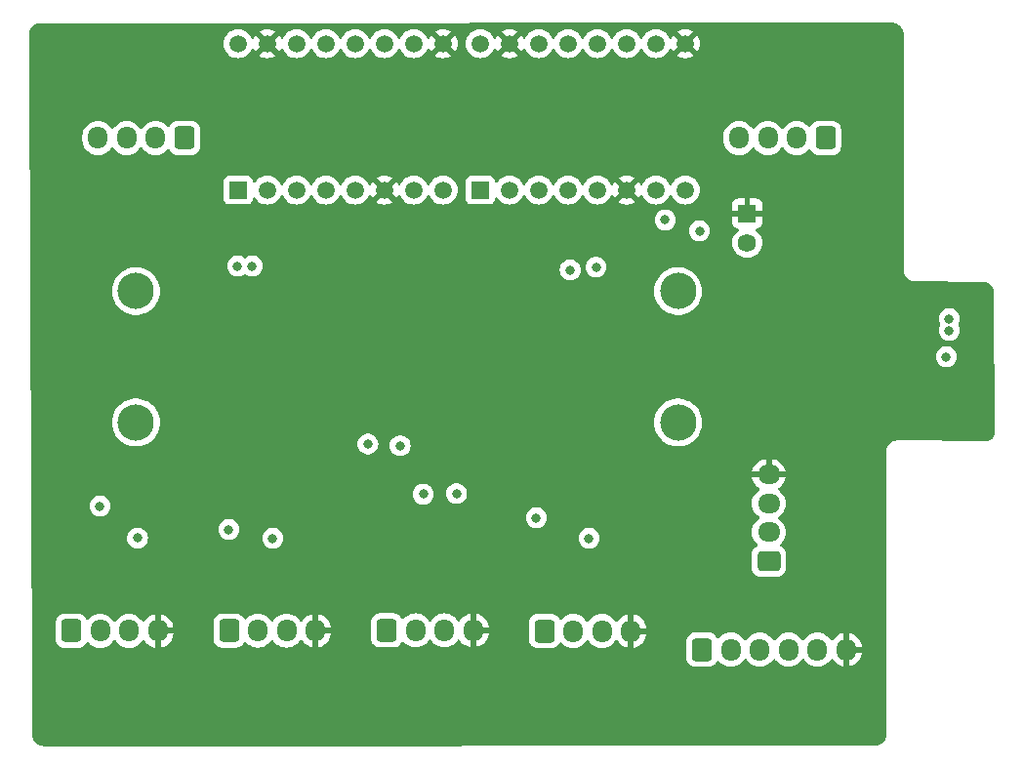
<source format=gbr>
%TF.GenerationSoftware,KiCad,Pcbnew,7.0.8*%
%TF.CreationDate,2024-06-04T12:59:23+12:00*%
%TF.ProjectId,FYP_P2_1,4659505f-5032-45f3-912e-6b696361645f,rev?*%
%TF.SameCoordinates,Original*%
%TF.FileFunction,Copper,L2,Inr*%
%TF.FilePolarity,Positive*%
%FSLAX46Y46*%
G04 Gerber Fmt 4.6, Leading zero omitted, Abs format (unit mm)*
G04 Created by KiCad (PCBNEW 7.0.8) date 2024-06-04 12:59:23*
%MOMM*%
%LPD*%
G01*
G04 APERTURE LIST*
G04 Aperture macros list*
%AMRoundRect*
0 Rectangle with rounded corners*
0 $1 Rounding radius*
0 $2 $3 $4 $5 $6 $7 $8 $9 X,Y pos of 4 corners*
0 Add a 4 corners polygon primitive as box body*
4,1,4,$2,$3,$4,$5,$6,$7,$8,$9,$2,$3,0*
0 Add four circle primitives for the rounded corners*
1,1,$1+$1,$2,$3*
1,1,$1+$1,$4,$5*
1,1,$1+$1,$6,$7*
1,1,$1+$1,$8,$9*
0 Add four rect primitives between the rounded corners*
20,1,$1+$1,$2,$3,$4,$5,0*
20,1,$1+$1,$4,$5,$6,$7,0*
20,1,$1+$1,$6,$7,$8,$9,0*
20,1,$1+$1,$8,$9,$2,$3,0*%
G04 Aperture macros list end*
%TA.AperFunction,ComponentPad*%
%ADD10RoundRect,0.250000X-0.600000X-0.725000X0.600000X-0.725000X0.600000X0.725000X-0.600000X0.725000X0*%
%TD*%
%TA.AperFunction,ComponentPad*%
%ADD11O,1.700000X1.950000*%
%TD*%
%TA.AperFunction,ComponentPad*%
%ADD12C,3.150000*%
%TD*%
%TA.AperFunction,ComponentPad*%
%ADD13R,1.590000X1.590000*%
%TD*%
%TA.AperFunction,ComponentPad*%
%ADD14C,1.590000*%
%TD*%
%TA.AperFunction,ComponentPad*%
%ADD15R,1.508000X1.508000*%
%TD*%
%TA.AperFunction,ComponentPad*%
%ADD16C,1.508000*%
%TD*%
%TA.AperFunction,ComponentPad*%
%ADD17RoundRect,0.250000X0.725000X-0.600000X0.725000X0.600000X-0.725000X0.600000X-0.725000X-0.600000X0*%
%TD*%
%TA.AperFunction,ComponentPad*%
%ADD18O,1.950000X1.700000*%
%TD*%
%TA.AperFunction,ComponentPad*%
%ADD19RoundRect,0.250000X0.600000X0.725000X-0.600000X0.725000X-0.600000X-0.725000X0.600000X-0.725000X0*%
%TD*%
%TA.AperFunction,ViaPad*%
%ADD20C,0.800000*%
%TD*%
G04 APERTURE END LIST*
D10*
%TO.N,+3V3*%
%TO.C,J6*%
X121980000Y-105552000D03*
D11*
%TO.N,SDA*%
X124480000Y-105552000D03*
%TO.N,SCL*%
X126980000Y-105552000D03*
%TO.N,GND*%
X129480000Y-105552000D03*
%TD*%
D10*
%TO.N,+5V*%
%TO.C,J2*%
X163012500Y-105570000D03*
D11*
%TO.N,ENCODER_1A*%
X165512500Y-105570000D03*
%TO.N,ENCODER_1B*%
X168012500Y-105570000D03*
%TO.N,GND*%
X170512500Y-105570000D03*
%TD*%
D10*
%TO.N,+3V3*%
%TO.C,J1*%
X149335000Y-105516000D03*
D11*
%TO.N,ENCODER_2A*%
X151835000Y-105516000D03*
%TO.N,ENCODER_2B*%
X154335000Y-105516000D03*
%TO.N,GND*%
X156835000Y-105516000D03*
%TD*%
D12*
%TO.N,N/C*%
%TO.C,U1*%
X127600000Y-87488000D03*
X127600000Y-76088000D03*
X174600000Y-87488000D03*
X174600000Y-76088000D03*
%TD*%
D13*
%TO.N,GND*%
%TO.C,J9*%
X180605001Y-69348350D03*
D14*
%TO.N,+12V*%
X180605001Y-71888350D03*
%TD*%
D10*
%TO.N,+5V*%
%TO.C,J8*%
X176690000Y-107188000D03*
D11*
%TO.N,BATT_SENSE_LV*%
X179190000Y-107188000D03*
%TO.N,BATT_SENSE_HV*%
X181690000Y-107188000D03*
%TO.N,+3V3*%
X184190000Y-107188000D03*
%TO.N,5V_EN*%
X186690000Y-107188000D03*
%TO.N,GND*%
X189190000Y-107188000D03*
%TD*%
D15*
%TO.N,ENA*%
%TO.C,TMC1*%
X136444666Y-67310000D03*
D16*
%TO.N,MS1A*%
X138984666Y-67310000D03*
%TO.N,MS1B*%
X141524666Y-67310000D03*
%TO.N,unconnected-(TMC1-PDN-Pad4)*%
X144064666Y-67310000D03*
%TO.N,UART_PDN*%
X146604666Y-67310000D03*
%TO.N,GND*%
X149144666Y-67310000D03*
%TO.N,STEPA*%
X151684666Y-67310000D03*
%TO.N,DIRA*%
X154224666Y-67310000D03*
%TO.N,+12V*%
X136444666Y-54610000D03*
%TO.N,GND*%
X138984666Y-54610000D03*
%TO.N,/Motor1A2*%
X141524666Y-54610000D03*
%TO.N,/Motor1A1*%
X144064666Y-54610000D03*
%TO.N,/Motor1B2*%
X146604666Y-54610000D03*
%TO.N,/Motor1B1*%
X149144666Y-54610000D03*
%TO.N,+3V3*%
X151684666Y-54610000D03*
%TO.N,GND*%
X154224666Y-54610000D03*
%TD*%
D17*
%TO.N,+3V3*%
%TO.C,J10*%
X182478000Y-99500000D03*
D18*
%TO.N,TX1*%
X182478000Y-97000000D03*
%TO.N,RX1*%
X182478000Y-94500000D03*
%TO.N,GND*%
X182478000Y-92000000D03*
%TD*%
D19*
%TO.N,/Motor1B1*%
%TO.C,J4*%
X131786000Y-62790000D03*
D11*
%TO.N,/Motor1B2*%
X129286000Y-62790000D03*
%TO.N,/Motor1A1*%
X126786000Y-62790000D03*
%TO.N,/Motor1A2*%
X124286000Y-62790000D03*
%TD*%
D19*
%TO.N,/Motor2B1*%
%TO.C,J3*%
X187392000Y-62790000D03*
D11*
%TO.N,/Motor2B2*%
X184892000Y-62790000D03*
%TO.N,/Motor2A1*%
X182392000Y-62790000D03*
%TO.N,/Motor2A2*%
X179892000Y-62790000D03*
%TD*%
D10*
%TO.N,+3V3*%
%TO.C,J5*%
X135657500Y-105534000D03*
D11*
%TO.N,SDA_PI*%
X138157500Y-105534000D03*
%TO.N,SCL_PI*%
X140657500Y-105534000D03*
%TO.N,GND*%
X143157500Y-105534000D03*
%TD*%
D16*
%TO.N,GND*%
%TO.C,TMC2*%
X175233332Y-54610000D03*
%TO.N,+3V3*%
X172693332Y-54610000D03*
%TO.N,/Motor2B1*%
X170153332Y-54610000D03*
%TO.N,/Motor2B2*%
X167613332Y-54610000D03*
%TO.N,/Motor2A1*%
X165073332Y-54610000D03*
%TO.N,/Motor2A2*%
X162533332Y-54610000D03*
%TO.N,GND*%
X159993332Y-54610000D03*
%TO.N,+12V*%
X157453332Y-54610000D03*
%TO.N,DIRB*%
X175233332Y-67310000D03*
%TO.N,STEPB*%
X172693332Y-67310000D03*
%TO.N,GND*%
X170153332Y-67310000D03*
%TO.N,UART_PDN*%
X167613332Y-67310000D03*
%TO.N,unconnected-(TMC2-PDN-Pad4)*%
X165073332Y-67310000D03*
%TO.N,MS2B*%
X162533332Y-67310000D03*
%TO.N,MS2A*%
X159993332Y-67310000D03*
D15*
%TO.N,ENB*%
X157453332Y-67310000D03*
%TD*%
D20*
%TO.N,+3V3*%
X198120000Y-79502000D03*
X162306000Y-95758000D03*
X166878000Y-97536000D03*
X135636000Y-96774000D03*
X137668000Y-73914000D03*
X127726720Y-97512083D03*
X136398000Y-73914000D03*
X198120000Y-78486000D03*
X124460000Y-94742000D03*
X139446000Y-97536000D03*
%TO.N,STEPA*%
X147700000Y-89350000D03*
%TO.N,UART_PDN*%
X173482000Y-69907332D03*
%TO.N,Net-(U1-GPIO16)*%
X176462000Y-70866000D03*
%TO.N,GND*%
X199644000Y-76200000D03*
X156750000Y-74000000D03*
X169750000Y-89250000D03*
X171000000Y-74000000D03*
X198374000Y-83566000D03*
X131250000Y-93500000D03*
X158000000Y-73750000D03*
X145415001Y-74041001D03*
X146000000Y-88500000D03*
X187198000Y-82296000D03*
X198628000Y-76708000D03*
X191516000Y-81534000D03*
X171000000Y-89250000D03*
X158250000Y-89250000D03*
X191516000Y-80638500D03*
X169500000Y-74250000D03*
X183896000Y-83312000D03*
X132050000Y-74200000D03*
X157000000Y-89000000D03*
X132750000Y-93500000D03*
X145288000Y-93472000D03*
%TO.N,DIRA*%
X150500000Y-89500000D03*
%TO.N,STEPB*%
X165250000Y-74250000D03*
%TO.N,DIRB*%
X167500000Y-74000000D03*
%TO.N,+5V*%
X197866000Y-81788000D03*
%TO.N,TX1*%
X152500000Y-93700000D03*
%TO.N,RX1*%
X155400000Y-93650000D03*
%TD*%
%TA.AperFunction,Conductor*%
%TO.N,GND*%
G36*
X193175133Y-52795287D02*
G01*
X193217943Y-52799031D01*
X193344225Y-52811463D01*
X193364140Y-52815086D01*
X193430797Y-52832944D01*
X193524023Y-52861221D01*
X193540406Y-52867488D01*
X193607853Y-52898937D01*
X193610841Y-52900431D01*
X193694786Y-52945298D01*
X193701123Y-52949191D01*
X193767283Y-52995515D01*
X193771055Y-52998377D01*
X193843282Y-53057651D01*
X193847783Y-53061730D01*
X193905267Y-53119214D01*
X193909347Y-53123716D01*
X193968621Y-53195943D01*
X193971483Y-53199715D01*
X194017807Y-53265875D01*
X194021702Y-53272216D01*
X194066556Y-53356135D01*
X194068068Y-53359160D01*
X194073047Y-53369838D01*
X194099504Y-53426578D01*
X194105781Y-53442985D01*
X194134056Y-53536209D01*
X194151910Y-53602852D01*
X194155537Y-53622792D01*
X194167973Y-53749108D01*
X194171709Y-53791844D01*
X194171945Y-53797290D01*
X194160283Y-70580220D01*
X194158223Y-73545716D01*
X194157725Y-74261683D01*
X194157799Y-74262443D01*
X194157799Y-74337531D01*
X194188196Y-74509924D01*
X194248065Y-74674424D01*
X194248066Y-74674426D01*
X194248067Y-74674428D01*
X194335593Y-74826034D01*
X194448113Y-74960139D01*
X194582211Y-75072669D01*
X194733811Y-75160204D01*
X194898308Y-75220086D01*
X195070704Y-75250495D01*
X195158132Y-75250499D01*
X195158133Y-75250500D01*
X200974440Y-75264588D01*
X200974862Y-75264713D01*
X201023428Y-75264713D01*
X201028829Y-75264948D01*
X201070352Y-75268582D01*
X201198256Y-75281222D01*
X201218143Y-75284845D01*
X201282685Y-75302140D01*
X201378072Y-75331076D01*
X201394479Y-75337353D01*
X201460528Y-75368151D01*
X201463530Y-75369652D01*
X201505425Y-75392045D01*
X201548866Y-75415265D01*
X201555205Y-75419159D01*
X201620325Y-75464753D01*
X201624090Y-75467609D01*
X201647938Y-75487179D01*
X201697383Y-75527757D01*
X201701885Y-75531835D01*
X201724106Y-75554055D01*
X201758516Y-75588463D01*
X201762594Y-75592961D01*
X201822749Y-75666254D01*
X201825611Y-75670026D01*
X201871204Y-75735134D01*
X201875099Y-75741474D01*
X201920721Y-75826816D01*
X201922234Y-75829841D01*
X201953021Y-75895855D01*
X201959298Y-75912258D01*
X201988242Y-76007649D01*
X201997469Y-76042077D01*
X202005532Y-76072162D01*
X202009161Y-76092098D01*
X202022181Y-76224189D01*
X202025390Y-76260830D01*
X202025627Y-76266242D01*
X202025627Y-76313462D01*
X202025876Y-76315727D01*
X202083874Y-88317056D01*
X202083576Y-88323441D01*
X202080377Y-88355897D01*
X202067919Y-88466540D01*
X202063358Y-88488664D01*
X202046933Y-88542807D01*
X202019362Y-88621585D01*
X202011678Y-88639083D01*
X201982798Y-88693106D01*
X201980616Y-88696865D01*
X201936978Y-88766309D01*
X201932404Y-88772661D01*
X201889518Y-88824916D01*
X201885430Y-88829427D01*
X201828199Y-88886657D01*
X201823691Y-88890741D01*
X201807249Y-88904234D01*
X201771444Y-88933618D01*
X201765092Y-88938192D01*
X201695636Y-88981833D01*
X201691877Y-88984015D01*
X201637853Y-89012892D01*
X201620354Y-89020575D01*
X201541591Y-89048136D01*
X201487414Y-89064571D01*
X201465303Y-89069131D01*
X201356176Y-89081429D01*
X201321963Y-89084800D01*
X201315539Y-89085098D01*
X193734695Y-89043336D01*
X193733706Y-89043039D01*
X193595698Y-89043023D01*
X193595693Y-89043024D01*
X193423289Y-89073405D01*
X193423284Y-89073406D01*
X193258762Y-89133274D01*
X193258754Y-89133278D01*
X193107142Y-89220804D01*
X193107138Y-89220806D01*
X192973025Y-89333339D01*
X192860493Y-89467457D01*
X192772966Y-89619080D01*
X192713102Y-89783600D01*
X192682721Y-89956021D01*
X192682731Y-90022888D01*
X192682734Y-90043554D01*
X192682734Y-90044054D01*
X192675397Y-106697498D01*
X192671947Y-114526643D01*
X192671711Y-114532024D01*
X192667785Y-114576876D01*
X192655659Y-114700541D01*
X192652025Y-114720537D01*
X192633293Y-114790437D01*
X192606035Y-114880280D01*
X192599755Y-114896689D01*
X192567312Y-114966254D01*
X192565800Y-114969278D01*
X192522118Y-115050994D01*
X192518222Y-115057335D01*
X192470736Y-115125146D01*
X192467874Y-115128918D01*
X192409999Y-115199432D01*
X192405910Y-115203943D01*
X192347071Y-115262775D01*
X192342561Y-115266863D01*
X192272037Y-115324735D01*
X192268265Y-115327597D01*
X192200460Y-115375070D01*
X192194118Y-115378966D01*
X192112387Y-115422645D01*
X192109363Y-115424157D01*
X192039802Y-115456590D01*
X192023392Y-115462868D01*
X191933562Y-115490114D01*
X191863575Y-115508861D01*
X191843639Y-115512487D01*
X191726539Y-115524016D01*
X191674039Y-115528606D01*
X191668660Y-115528842D01*
X119560834Y-115556308D01*
X119555266Y-115556060D01*
X119514734Y-115552422D01*
X119390725Y-115539858D01*
X119370313Y-115536043D01*
X119307618Y-115518784D01*
X119215546Y-115490079D01*
X119198768Y-115483475D01*
X119144929Y-115457617D01*
X119134966Y-115452832D01*
X119131882Y-115451243D01*
X119049657Y-115405923D01*
X119043209Y-115401833D01*
X119033596Y-115394870D01*
X118980490Y-115356403D01*
X118976709Y-115353432D01*
X118937226Y-115319820D01*
X118906624Y-115293768D01*
X118902077Y-115289484D01*
X118848074Y-115233209D01*
X118843985Y-115228494D01*
X118824771Y-115203943D01*
X118787275Y-115156030D01*
X118784432Y-115152090D01*
X118741630Y-115087562D01*
X118737818Y-115080967D01*
X118695901Y-114996898D01*
X118694474Y-114993822D01*
X118666469Y-114928776D01*
X118660566Y-114911753D01*
X118635671Y-114818547D01*
X118628894Y-114789266D01*
X118621020Y-114755246D01*
X118618049Y-114734680D01*
X118610428Y-114606756D01*
X118608655Y-114570084D01*
X118608634Y-114564645D01*
X118609812Y-114535193D01*
X118608307Y-114518286D01*
X118575927Y-107963001D01*
X175339500Y-107963001D01*
X175339501Y-107963018D01*
X175350000Y-108065796D01*
X175350001Y-108065799D01*
X175395894Y-108204294D01*
X175405186Y-108232334D01*
X175497288Y-108381656D01*
X175621344Y-108505712D01*
X175770666Y-108597814D01*
X175937203Y-108652999D01*
X176039991Y-108663500D01*
X177340008Y-108663499D01*
X177442797Y-108652999D01*
X177609334Y-108597814D01*
X177758656Y-108505712D01*
X177882712Y-108381656D01*
X177974814Y-108232334D01*
X177974814Y-108232331D01*
X177978178Y-108226879D01*
X178030126Y-108180154D01*
X178099088Y-108168931D01*
X178163170Y-108196774D01*
X178171398Y-108204294D01*
X178318599Y-108351495D01*
X178361675Y-108381657D01*
X178512165Y-108487032D01*
X178512167Y-108487033D01*
X178512170Y-108487035D01*
X178726337Y-108586903D01*
X178954592Y-108648063D01*
X179131034Y-108663500D01*
X179189999Y-108668659D01*
X179190000Y-108668659D01*
X179190001Y-108668659D01*
X179248966Y-108663500D01*
X179425408Y-108648063D01*
X179653663Y-108586903D01*
X179867829Y-108487035D01*
X180061401Y-108351495D01*
X180228495Y-108184401D01*
X180338426Y-108027401D01*
X180393001Y-107983778D01*
X180462500Y-107976584D01*
X180524855Y-108008106D01*
X180541571Y-108027398D01*
X180612144Y-108128187D01*
X180651506Y-108184403D01*
X180818209Y-108351105D01*
X180818599Y-108351495D01*
X180861675Y-108381657D01*
X181012165Y-108487032D01*
X181012167Y-108487033D01*
X181012170Y-108487035D01*
X181226337Y-108586903D01*
X181454592Y-108648063D01*
X181631034Y-108663500D01*
X181689999Y-108668659D01*
X181690000Y-108668659D01*
X181690001Y-108668659D01*
X181748966Y-108663500D01*
X181925408Y-108648063D01*
X182153663Y-108586903D01*
X182367829Y-108487035D01*
X182561401Y-108351495D01*
X182728495Y-108184401D01*
X182838426Y-108027401D01*
X182893001Y-107983778D01*
X182962500Y-107976584D01*
X183024855Y-108008106D01*
X183041571Y-108027398D01*
X183112144Y-108128187D01*
X183151506Y-108184403D01*
X183318209Y-108351105D01*
X183318599Y-108351495D01*
X183361675Y-108381657D01*
X183512165Y-108487032D01*
X183512167Y-108487033D01*
X183512170Y-108487035D01*
X183726337Y-108586903D01*
X183954592Y-108648063D01*
X184131034Y-108663500D01*
X184189999Y-108668659D01*
X184190000Y-108668659D01*
X184190001Y-108668659D01*
X184248966Y-108663500D01*
X184425408Y-108648063D01*
X184653663Y-108586903D01*
X184867829Y-108487035D01*
X185061401Y-108351495D01*
X185228495Y-108184401D01*
X185338426Y-108027401D01*
X185393001Y-107983778D01*
X185462500Y-107976584D01*
X185524855Y-108008106D01*
X185541571Y-108027398D01*
X185612144Y-108128187D01*
X185651506Y-108184403D01*
X185818209Y-108351105D01*
X185818599Y-108351495D01*
X185861675Y-108381657D01*
X186012165Y-108487032D01*
X186012167Y-108487033D01*
X186012170Y-108487035D01*
X186226337Y-108586903D01*
X186454592Y-108648063D01*
X186631034Y-108663500D01*
X186689999Y-108668659D01*
X186690000Y-108668659D01*
X186690001Y-108668659D01*
X186748966Y-108663500D01*
X186925408Y-108648063D01*
X187153663Y-108586903D01*
X187367829Y-108487035D01*
X187561401Y-108351495D01*
X187728495Y-108184401D01*
X187838732Y-108026965D01*
X187893306Y-107983342D01*
X187962805Y-107976148D01*
X188025159Y-108007670D01*
X188041880Y-108026967D01*
X188151886Y-108184073D01*
X188151891Y-108184079D01*
X188318917Y-108351105D01*
X188512421Y-108486600D01*
X188726507Y-108586429D01*
X188726516Y-108586433D01*
X188940000Y-108643634D01*
X188940000Y-107596018D01*
X189054801Y-107648446D01*
X189156025Y-107663000D01*
X189223975Y-107663000D01*
X189325199Y-107648446D01*
X189440000Y-107596018D01*
X189440000Y-108643633D01*
X189653483Y-108586433D01*
X189653492Y-108586429D01*
X189867577Y-108486600D01*
X189867579Y-108486599D01*
X190061073Y-108351113D01*
X190061079Y-108351108D01*
X190228108Y-108184079D01*
X190228113Y-108184073D01*
X190363599Y-107990579D01*
X190363600Y-107990577D01*
X190463429Y-107776492D01*
X190463433Y-107776483D01*
X190524567Y-107548326D01*
X190524569Y-107548316D01*
X190534221Y-107438000D01*
X189593969Y-107438000D01*
X189626519Y-107387351D01*
X189665000Y-107256295D01*
X189665000Y-107119705D01*
X189626519Y-106988649D01*
X189593969Y-106938000D01*
X190534221Y-106938000D01*
X190524569Y-106827683D01*
X190524567Y-106827673D01*
X190463433Y-106599516D01*
X190463429Y-106599507D01*
X190363600Y-106385422D01*
X190363599Y-106385420D01*
X190228113Y-106191926D01*
X190228108Y-106191920D01*
X190061082Y-106024894D01*
X189867578Y-105889399D01*
X189653492Y-105789570D01*
X189653486Y-105789567D01*
X189440000Y-105732364D01*
X189440000Y-106779981D01*
X189325199Y-106727554D01*
X189223975Y-106713000D01*
X189156025Y-106713000D01*
X189054801Y-106727554D01*
X188940000Y-106779981D01*
X188940000Y-105732364D01*
X188939999Y-105732364D01*
X188726513Y-105789567D01*
X188726507Y-105789570D01*
X188512422Y-105889399D01*
X188512420Y-105889400D01*
X188318926Y-106024886D01*
X188318920Y-106024891D01*
X188151891Y-106191920D01*
X188151890Y-106191922D01*
X188041880Y-106349032D01*
X187987303Y-106392657D01*
X187917804Y-106399849D01*
X187855450Y-106368327D01*
X187838730Y-106349031D01*
X187728494Y-106191597D01*
X187561402Y-106024506D01*
X187561395Y-106024501D01*
X187539257Y-106009000D01*
X187426900Y-105930326D01*
X187367834Y-105888967D01*
X187367830Y-105888965D01*
X187357736Y-105884258D01*
X187153663Y-105789097D01*
X187153659Y-105789096D01*
X187153655Y-105789094D01*
X186925413Y-105727938D01*
X186925403Y-105727936D01*
X186690001Y-105707341D01*
X186689999Y-105707341D01*
X186454596Y-105727936D01*
X186454586Y-105727938D01*
X186226344Y-105789094D01*
X186226335Y-105789098D01*
X186012171Y-105888964D01*
X186012169Y-105888965D01*
X185818597Y-106024505D01*
X185651505Y-106191597D01*
X185541575Y-106348595D01*
X185486998Y-106392220D01*
X185417500Y-106399414D01*
X185355145Y-106367891D01*
X185338425Y-106348595D01*
X185228494Y-106191597D01*
X185061402Y-106024506D01*
X185061395Y-106024501D01*
X185039257Y-106009000D01*
X184926900Y-105930326D01*
X184867834Y-105888967D01*
X184867830Y-105888965D01*
X184857736Y-105884258D01*
X184653663Y-105789097D01*
X184653659Y-105789096D01*
X184653655Y-105789094D01*
X184425413Y-105727938D01*
X184425403Y-105727936D01*
X184190001Y-105707341D01*
X184189999Y-105707341D01*
X183954596Y-105727936D01*
X183954586Y-105727938D01*
X183726344Y-105789094D01*
X183726335Y-105789098D01*
X183512171Y-105888964D01*
X183512169Y-105888965D01*
X183318597Y-106024505D01*
X183151505Y-106191597D01*
X183041575Y-106348595D01*
X182986998Y-106392220D01*
X182917500Y-106399414D01*
X182855145Y-106367891D01*
X182838425Y-106348595D01*
X182728494Y-106191597D01*
X182561402Y-106024506D01*
X182561395Y-106024501D01*
X182539257Y-106009000D01*
X182426900Y-105930326D01*
X182367834Y-105888967D01*
X182367830Y-105888965D01*
X182357736Y-105884258D01*
X182153663Y-105789097D01*
X182153659Y-105789096D01*
X182153655Y-105789094D01*
X181925413Y-105727938D01*
X181925403Y-105727936D01*
X181690001Y-105707341D01*
X181689999Y-105707341D01*
X181454596Y-105727936D01*
X181454586Y-105727938D01*
X181226344Y-105789094D01*
X181226335Y-105789098D01*
X181012171Y-105888964D01*
X181012169Y-105888965D01*
X180818597Y-106024505D01*
X180651505Y-106191597D01*
X180541575Y-106348595D01*
X180486998Y-106392220D01*
X180417500Y-106399414D01*
X180355145Y-106367891D01*
X180338425Y-106348595D01*
X180228494Y-106191597D01*
X180061402Y-106024506D01*
X180061395Y-106024501D01*
X180039257Y-106009000D01*
X179926900Y-105930326D01*
X179867834Y-105888967D01*
X179867830Y-105888965D01*
X179857736Y-105884258D01*
X179653663Y-105789097D01*
X179653659Y-105789096D01*
X179653655Y-105789094D01*
X179425413Y-105727938D01*
X179425403Y-105727936D01*
X179190001Y-105707341D01*
X179189999Y-105707341D01*
X178954596Y-105727936D01*
X178954586Y-105727938D01*
X178726344Y-105789094D01*
X178726335Y-105789098D01*
X178512171Y-105888964D01*
X178512169Y-105888965D01*
X178318597Y-106024505D01*
X178171398Y-106171705D01*
X178110075Y-106205190D01*
X178040383Y-106200206D01*
X177984450Y-106158334D01*
X177978178Y-106149120D01*
X177882712Y-105994344D01*
X177758657Y-105870289D01*
X177758656Y-105870288D01*
X177627786Y-105789567D01*
X177609336Y-105778187D01*
X177609331Y-105778185D01*
X177607862Y-105777698D01*
X177442797Y-105723001D01*
X177442795Y-105723000D01*
X177340010Y-105712500D01*
X176039998Y-105712500D01*
X176039981Y-105712501D01*
X175937203Y-105723000D01*
X175937200Y-105723001D01*
X175770668Y-105778185D01*
X175770663Y-105778187D01*
X175621342Y-105870289D01*
X175497289Y-105994342D01*
X175405187Y-106143663D01*
X175405185Y-106143668D01*
X175389194Y-106191926D01*
X175350001Y-106310203D01*
X175350001Y-106310204D01*
X175350000Y-106310204D01*
X175339500Y-106412983D01*
X175339500Y-107963001D01*
X118575927Y-107963001D01*
X118567846Y-106327001D01*
X120629500Y-106327001D01*
X120629501Y-106327018D01*
X120640000Y-106429796D01*
X120640001Y-106429799D01*
X120695185Y-106596331D01*
X120695187Y-106596336D01*
X120730069Y-106652888D01*
X120787288Y-106745656D01*
X120911344Y-106869712D01*
X121060666Y-106961814D01*
X121227203Y-107016999D01*
X121329991Y-107027500D01*
X122630008Y-107027499D01*
X122732797Y-107016999D01*
X122899334Y-106961814D01*
X123048656Y-106869712D01*
X123172712Y-106745656D01*
X123264814Y-106596334D01*
X123264814Y-106596331D01*
X123268178Y-106590879D01*
X123320126Y-106544154D01*
X123389088Y-106532931D01*
X123453170Y-106560774D01*
X123461398Y-106568294D01*
X123608599Y-106715495D01*
X123705384Y-106783265D01*
X123802165Y-106851032D01*
X123802167Y-106851033D01*
X123802170Y-106851035D01*
X124016337Y-106950903D01*
X124244592Y-107012063D01*
X124421034Y-107027500D01*
X124479999Y-107032659D01*
X124480000Y-107032659D01*
X124480001Y-107032659D01*
X124538966Y-107027500D01*
X124715408Y-107012063D01*
X124943663Y-106950903D01*
X125157829Y-106851035D01*
X125351401Y-106715495D01*
X125518495Y-106548401D01*
X125628426Y-106391401D01*
X125683001Y-106347778D01*
X125752500Y-106340584D01*
X125814855Y-106372106D01*
X125831571Y-106391398D01*
X125871061Y-106447796D01*
X125941506Y-106548403D01*
X126072209Y-106679105D01*
X126108599Y-106715495D01*
X126205384Y-106783265D01*
X126302165Y-106851032D01*
X126302167Y-106851033D01*
X126302170Y-106851035D01*
X126516337Y-106950903D01*
X126744592Y-107012063D01*
X126921034Y-107027500D01*
X126979999Y-107032659D01*
X126980000Y-107032659D01*
X126980001Y-107032659D01*
X127038966Y-107027500D01*
X127215408Y-107012063D01*
X127443663Y-106950903D01*
X127657829Y-106851035D01*
X127851401Y-106715495D01*
X128018495Y-106548401D01*
X128128732Y-106390965D01*
X128183306Y-106347342D01*
X128252805Y-106340148D01*
X128315159Y-106371670D01*
X128331880Y-106390967D01*
X128441886Y-106548073D01*
X128441891Y-106548079D01*
X128608917Y-106715105D01*
X128802421Y-106850600D01*
X129016507Y-106950429D01*
X129016516Y-106950433D01*
X129230000Y-107007634D01*
X129230000Y-105960018D01*
X129344801Y-106012446D01*
X129446025Y-106027000D01*
X129513975Y-106027000D01*
X129615199Y-106012446D01*
X129730000Y-105960018D01*
X129730000Y-107007633D01*
X129943483Y-106950433D01*
X129943492Y-106950429D01*
X130157577Y-106850600D01*
X130157579Y-106850599D01*
X130351073Y-106715113D01*
X130351079Y-106715108D01*
X130518108Y-106548079D01*
X130518113Y-106548073D01*
X130653599Y-106354579D01*
X130653600Y-106354577D01*
X130674852Y-106309001D01*
X134307000Y-106309001D01*
X134307001Y-106309018D01*
X134317500Y-106411796D01*
X134317501Y-106411799D01*
X134372685Y-106578331D01*
X134372687Y-106578336D01*
X134385751Y-106599516D01*
X134464788Y-106727656D01*
X134588844Y-106851712D01*
X134738166Y-106943814D01*
X134904703Y-106998999D01*
X135007491Y-107009500D01*
X136307508Y-107009499D01*
X136410297Y-106998999D01*
X136576834Y-106943814D01*
X136726156Y-106851712D01*
X136850212Y-106727656D01*
X136942314Y-106578334D01*
X136942314Y-106578331D01*
X136945678Y-106572879D01*
X136997626Y-106526154D01*
X137066588Y-106514931D01*
X137130670Y-106542774D01*
X137138898Y-106550294D01*
X137286099Y-106697495D01*
X137380585Y-106763655D01*
X137479665Y-106833032D01*
X137479667Y-106833033D01*
X137479670Y-106833035D01*
X137693837Y-106932903D01*
X137922092Y-106994063D01*
X138098534Y-107009500D01*
X138157499Y-107014659D01*
X138157500Y-107014659D01*
X138157501Y-107014659D01*
X138216466Y-107009500D01*
X138392908Y-106994063D01*
X138621163Y-106932903D01*
X138835329Y-106833035D01*
X139028901Y-106697495D01*
X139195995Y-106530401D01*
X139305926Y-106373401D01*
X139360501Y-106329778D01*
X139430000Y-106322584D01*
X139492355Y-106354106D01*
X139509071Y-106373398D01*
X139536794Y-106412991D01*
X139619006Y-106530403D01*
X139702935Y-106614331D01*
X139786099Y-106697495D01*
X139880585Y-106763655D01*
X139979665Y-106833032D01*
X139979667Y-106833033D01*
X139979670Y-106833035D01*
X140193837Y-106932903D01*
X140422092Y-106994063D01*
X140598534Y-107009500D01*
X140657499Y-107014659D01*
X140657500Y-107014659D01*
X140657501Y-107014659D01*
X140716466Y-107009500D01*
X140892908Y-106994063D01*
X141121163Y-106932903D01*
X141335329Y-106833035D01*
X141528901Y-106697495D01*
X141695995Y-106530401D01*
X141806232Y-106372965D01*
X141860806Y-106329342D01*
X141930305Y-106322148D01*
X141992659Y-106353670D01*
X142009380Y-106372967D01*
X142119386Y-106530073D01*
X142119391Y-106530079D01*
X142286417Y-106697105D01*
X142479921Y-106832600D01*
X142694007Y-106932429D01*
X142694016Y-106932433D01*
X142907500Y-106989634D01*
X142907500Y-105942018D01*
X143022301Y-105994446D01*
X143123525Y-106009000D01*
X143191475Y-106009000D01*
X143292699Y-105994446D01*
X143407500Y-105942018D01*
X143407500Y-106989633D01*
X143620983Y-106932433D01*
X143620992Y-106932429D01*
X143835077Y-106832600D01*
X143835079Y-106832599D01*
X144028573Y-106697113D01*
X144028579Y-106697108D01*
X144195608Y-106530079D01*
X144195613Y-106530073D01*
X144331099Y-106336579D01*
X144331100Y-106336577D01*
X144352352Y-106291001D01*
X147984500Y-106291001D01*
X147984501Y-106291018D01*
X147995000Y-106393796D01*
X147995001Y-106393799D01*
X148050185Y-106560331D01*
X148050187Y-106560336D01*
X148085069Y-106616888D01*
X148142288Y-106709656D01*
X148266344Y-106833712D01*
X148415666Y-106925814D01*
X148582203Y-106980999D01*
X148684991Y-106991500D01*
X149985008Y-106991499D01*
X150087797Y-106980999D01*
X150254334Y-106925814D01*
X150403656Y-106833712D01*
X150527712Y-106709656D01*
X150619814Y-106560334D01*
X150619814Y-106560331D01*
X150623178Y-106554879D01*
X150675126Y-106508154D01*
X150744088Y-106496931D01*
X150808170Y-106524774D01*
X150816398Y-106532294D01*
X150963599Y-106679495D01*
X151040719Y-106733495D01*
X151157165Y-106815032D01*
X151157167Y-106815033D01*
X151157170Y-106815035D01*
X151371337Y-106914903D01*
X151599592Y-106976063D01*
X151776034Y-106991500D01*
X151834999Y-106996659D01*
X151835000Y-106996659D01*
X151835001Y-106996659D01*
X151893966Y-106991500D01*
X152070408Y-106976063D01*
X152298663Y-106914903D01*
X152512829Y-106815035D01*
X152706401Y-106679495D01*
X152873495Y-106512401D01*
X152983426Y-106355401D01*
X153038001Y-106311778D01*
X153107500Y-106304584D01*
X153169855Y-106336106D01*
X153186571Y-106355398D01*
X153226061Y-106411796D01*
X153296506Y-106512403D01*
X153380435Y-106596331D01*
X153463599Y-106679495D01*
X153540719Y-106733495D01*
X153657165Y-106815032D01*
X153657167Y-106815033D01*
X153657170Y-106815035D01*
X153871337Y-106914903D01*
X154099592Y-106976063D01*
X154276034Y-106991500D01*
X154334999Y-106996659D01*
X154335000Y-106996659D01*
X154335001Y-106996659D01*
X154393966Y-106991500D01*
X154570408Y-106976063D01*
X154798663Y-106914903D01*
X155012829Y-106815035D01*
X155206401Y-106679495D01*
X155373495Y-106512401D01*
X155483732Y-106354965D01*
X155538306Y-106311342D01*
X155607805Y-106304148D01*
X155670159Y-106335670D01*
X155686880Y-106354967D01*
X155796886Y-106512073D01*
X155796891Y-106512079D01*
X155963917Y-106679105D01*
X156157421Y-106814600D01*
X156371507Y-106914429D01*
X156371516Y-106914433D01*
X156585000Y-106971634D01*
X156585000Y-105924018D01*
X156699801Y-105976446D01*
X156801025Y-105991000D01*
X156868975Y-105991000D01*
X156970199Y-105976446D01*
X157085000Y-105924018D01*
X157085000Y-106971633D01*
X157298483Y-106914433D01*
X157298492Y-106914429D01*
X157512577Y-106814600D01*
X157512579Y-106814599D01*
X157706073Y-106679113D01*
X157706079Y-106679108D01*
X157873108Y-106512079D01*
X157873113Y-106512073D01*
X157990098Y-106345001D01*
X161662000Y-106345001D01*
X161662001Y-106345018D01*
X161672500Y-106447796D01*
X161672501Y-106447799D01*
X161718394Y-106586294D01*
X161727686Y-106614334D01*
X161819788Y-106763656D01*
X161943844Y-106887712D01*
X162093166Y-106979814D01*
X162259703Y-107034999D01*
X162362491Y-107045500D01*
X163662508Y-107045499D01*
X163765297Y-107034999D01*
X163931834Y-106979814D01*
X164081156Y-106887712D01*
X164205212Y-106763656D01*
X164297314Y-106614334D01*
X164297314Y-106614331D01*
X164300678Y-106608879D01*
X164352626Y-106562154D01*
X164421588Y-106550931D01*
X164485670Y-106578774D01*
X164493898Y-106586294D01*
X164641099Y-106733495D01*
X164684175Y-106763657D01*
X164834665Y-106869032D01*
X164834667Y-106869033D01*
X164834670Y-106869035D01*
X165048837Y-106968903D01*
X165048843Y-106968904D01*
X165048844Y-106968905D01*
X165059029Y-106971634D01*
X165277092Y-107030063D01*
X165453534Y-107045500D01*
X165512499Y-107050659D01*
X165512500Y-107050659D01*
X165512501Y-107050659D01*
X165571466Y-107045500D01*
X165747908Y-107030063D01*
X165976163Y-106968903D01*
X166190329Y-106869035D01*
X166383901Y-106733495D01*
X166550995Y-106566401D01*
X166660926Y-106409401D01*
X166715501Y-106365778D01*
X166785000Y-106358584D01*
X166847355Y-106390106D01*
X166864071Y-106409398D01*
X166925362Y-106496931D01*
X166974006Y-106566403D01*
X167086709Y-106679105D01*
X167141099Y-106733495D01*
X167184175Y-106763657D01*
X167334665Y-106869032D01*
X167334667Y-106869033D01*
X167334670Y-106869035D01*
X167548837Y-106968903D01*
X167548843Y-106968904D01*
X167548844Y-106968905D01*
X167559029Y-106971634D01*
X167777092Y-107030063D01*
X167953534Y-107045500D01*
X168012499Y-107050659D01*
X168012500Y-107050659D01*
X168012501Y-107050659D01*
X168071466Y-107045500D01*
X168247908Y-107030063D01*
X168476163Y-106968903D01*
X168690329Y-106869035D01*
X168883901Y-106733495D01*
X169050995Y-106566401D01*
X169161232Y-106408965D01*
X169215806Y-106365342D01*
X169285305Y-106358148D01*
X169347659Y-106389670D01*
X169364380Y-106408967D01*
X169474386Y-106566073D01*
X169474391Y-106566079D01*
X169641417Y-106733105D01*
X169834921Y-106868600D01*
X170049007Y-106968429D01*
X170049016Y-106968433D01*
X170262500Y-107025634D01*
X170262500Y-105978018D01*
X170377301Y-106030446D01*
X170478525Y-106045000D01*
X170546475Y-106045000D01*
X170647699Y-106030446D01*
X170762500Y-105978018D01*
X170762500Y-107025633D01*
X170975983Y-106968433D01*
X170975992Y-106968429D01*
X171190077Y-106868600D01*
X171190079Y-106868599D01*
X171383573Y-106733113D01*
X171383579Y-106733108D01*
X171550608Y-106566079D01*
X171550613Y-106566073D01*
X171686099Y-106372579D01*
X171686100Y-106372577D01*
X171785929Y-106158492D01*
X171785933Y-106158483D01*
X171847067Y-105930326D01*
X171847069Y-105930316D01*
X171856721Y-105820000D01*
X170916469Y-105820000D01*
X170949019Y-105769351D01*
X170987500Y-105638295D01*
X170987500Y-105501705D01*
X170949019Y-105370649D01*
X170916469Y-105320000D01*
X171856721Y-105320000D01*
X171847069Y-105209683D01*
X171847067Y-105209673D01*
X171785933Y-104981516D01*
X171785929Y-104981507D01*
X171686100Y-104767422D01*
X171686099Y-104767420D01*
X171550613Y-104573926D01*
X171550608Y-104573920D01*
X171383582Y-104406894D01*
X171190078Y-104271399D01*
X170975992Y-104171570D01*
X170975986Y-104171567D01*
X170762500Y-104114364D01*
X170762500Y-105161981D01*
X170647699Y-105109554D01*
X170546475Y-105095000D01*
X170478525Y-105095000D01*
X170377301Y-105109554D01*
X170262500Y-105161981D01*
X170262500Y-104114364D01*
X170262499Y-104114364D01*
X170049013Y-104171567D01*
X170049007Y-104171570D01*
X169834922Y-104271399D01*
X169834920Y-104271400D01*
X169641426Y-104406886D01*
X169641420Y-104406891D01*
X169474391Y-104573920D01*
X169474390Y-104573922D01*
X169364380Y-104731032D01*
X169309803Y-104774657D01*
X169240304Y-104781849D01*
X169177950Y-104750327D01*
X169161230Y-104731031D01*
X169050994Y-104573597D01*
X168883902Y-104406506D01*
X168883895Y-104406501D01*
X168690334Y-104270967D01*
X168690330Y-104270965D01*
X168652662Y-104253400D01*
X168476163Y-104171097D01*
X168476159Y-104171096D01*
X168476155Y-104171094D01*
X168247913Y-104109938D01*
X168247903Y-104109936D01*
X168012501Y-104089341D01*
X168012499Y-104089341D01*
X167777096Y-104109936D01*
X167777086Y-104109938D01*
X167548844Y-104171094D01*
X167548835Y-104171098D01*
X167334671Y-104270964D01*
X167334669Y-104270965D01*
X167141097Y-104406505D01*
X166974005Y-104573597D01*
X166864075Y-104730595D01*
X166809498Y-104774220D01*
X166740000Y-104781414D01*
X166677645Y-104749891D01*
X166660925Y-104730595D01*
X166550994Y-104573597D01*
X166383902Y-104406506D01*
X166383895Y-104406501D01*
X166190334Y-104270967D01*
X166190330Y-104270965D01*
X166152662Y-104253400D01*
X165976163Y-104171097D01*
X165976159Y-104171096D01*
X165976155Y-104171094D01*
X165747913Y-104109938D01*
X165747903Y-104109936D01*
X165512501Y-104089341D01*
X165512499Y-104089341D01*
X165277096Y-104109936D01*
X165277086Y-104109938D01*
X165048844Y-104171094D01*
X165048835Y-104171098D01*
X164834671Y-104270964D01*
X164834669Y-104270965D01*
X164641097Y-104406505D01*
X164493898Y-104553705D01*
X164432575Y-104587190D01*
X164362883Y-104582206D01*
X164306950Y-104540334D01*
X164300678Y-104531120D01*
X164205212Y-104376344D01*
X164081157Y-104252289D01*
X164081156Y-104252288D01*
X163950286Y-104171567D01*
X163931836Y-104160187D01*
X163931831Y-104160185D01*
X163910432Y-104153094D01*
X163765297Y-104105001D01*
X163765295Y-104105000D01*
X163662510Y-104094500D01*
X162362498Y-104094500D01*
X162362481Y-104094501D01*
X162259703Y-104105000D01*
X162259700Y-104105001D01*
X162093168Y-104160185D01*
X162093163Y-104160187D01*
X161943842Y-104252289D01*
X161819789Y-104376342D01*
X161727687Y-104525663D01*
X161727685Y-104525668D01*
X161711694Y-104573926D01*
X161672501Y-104692203D01*
X161672501Y-104692204D01*
X161672500Y-104692204D01*
X161662000Y-104794983D01*
X161662000Y-106345001D01*
X157990098Y-106345001D01*
X158008599Y-106318579D01*
X158008600Y-106318577D01*
X158108429Y-106104492D01*
X158108433Y-106104483D01*
X158169567Y-105876326D01*
X158169569Y-105876316D01*
X158179221Y-105766000D01*
X157238969Y-105766000D01*
X157271519Y-105715351D01*
X157310000Y-105584295D01*
X157310000Y-105447705D01*
X157271519Y-105316649D01*
X157238969Y-105266000D01*
X158179221Y-105266000D01*
X158169569Y-105155683D01*
X158169567Y-105155673D01*
X158108433Y-104927516D01*
X158108429Y-104927507D01*
X158008600Y-104713422D01*
X158008599Y-104713420D01*
X157873113Y-104519926D01*
X157873108Y-104519920D01*
X157706082Y-104352894D01*
X157512578Y-104217399D01*
X157298492Y-104117570D01*
X157298486Y-104117567D01*
X157085000Y-104060364D01*
X157085000Y-105107981D01*
X156970199Y-105055554D01*
X156868975Y-105041000D01*
X156801025Y-105041000D01*
X156699801Y-105055554D01*
X156585000Y-105107981D01*
X156585000Y-104060364D01*
X156584999Y-104060364D01*
X156371513Y-104117567D01*
X156371507Y-104117570D01*
X156157422Y-104217399D01*
X156157420Y-104217400D01*
X155963926Y-104352886D01*
X155963920Y-104352891D01*
X155796891Y-104519920D01*
X155796890Y-104519922D01*
X155686880Y-104677032D01*
X155632303Y-104720657D01*
X155562804Y-104727849D01*
X155500450Y-104696327D01*
X155483730Y-104677031D01*
X155373494Y-104519597D01*
X155206402Y-104352506D01*
X155206395Y-104352501D01*
X155012834Y-104216967D01*
X155012830Y-104216965D01*
X154915480Y-104171570D01*
X154798663Y-104117097D01*
X154798659Y-104117096D01*
X154798655Y-104117094D01*
X154570413Y-104055938D01*
X154570403Y-104055936D01*
X154335001Y-104035341D01*
X154334999Y-104035341D01*
X154099596Y-104055936D01*
X154099586Y-104055938D01*
X153871344Y-104117094D01*
X153871335Y-104117098D01*
X153657171Y-104216964D01*
X153657169Y-104216965D01*
X153463597Y-104352505D01*
X153296505Y-104519597D01*
X153186575Y-104676595D01*
X153131998Y-104720220D01*
X153062500Y-104727414D01*
X153000145Y-104695891D01*
X152983425Y-104676595D01*
X152873494Y-104519597D01*
X152706402Y-104352506D01*
X152706395Y-104352501D01*
X152512834Y-104216967D01*
X152512830Y-104216965D01*
X152415480Y-104171570D01*
X152298663Y-104117097D01*
X152298659Y-104117096D01*
X152298655Y-104117094D01*
X152070413Y-104055938D01*
X152070403Y-104055936D01*
X151835001Y-104035341D01*
X151834999Y-104035341D01*
X151599596Y-104055936D01*
X151599586Y-104055938D01*
X151371344Y-104117094D01*
X151371335Y-104117098D01*
X151157171Y-104216964D01*
X151157169Y-104216965D01*
X150963597Y-104352505D01*
X150816398Y-104499705D01*
X150755075Y-104533190D01*
X150685383Y-104528206D01*
X150629450Y-104486334D01*
X150623178Y-104477120D01*
X150527712Y-104322344D01*
X150403657Y-104198289D01*
X150403656Y-104198288D01*
X150301973Y-104135570D01*
X150254336Y-104106187D01*
X150254331Y-104106185D01*
X150203499Y-104089341D01*
X150087797Y-104051001D01*
X150087795Y-104051000D01*
X149985010Y-104040500D01*
X148684998Y-104040500D01*
X148684981Y-104040501D01*
X148582203Y-104051000D01*
X148582200Y-104051001D01*
X148415668Y-104106185D01*
X148415663Y-104106187D01*
X148266342Y-104198289D01*
X148142289Y-104322342D01*
X148050187Y-104471663D01*
X148050185Y-104471668D01*
X148027432Y-104540334D01*
X147995001Y-104638203D01*
X147995001Y-104638204D01*
X147995000Y-104638204D01*
X147984500Y-104740983D01*
X147984500Y-106291001D01*
X144352352Y-106291001D01*
X144430929Y-106122492D01*
X144430933Y-106122483D01*
X144492067Y-105894326D01*
X144492069Y-105894316D01*
X144501721Y-105784000D01*
X143561469Y-105784000D01*
X143594019Y-105733351D01*
X143632500Y-105602295D01*
X143632500Y-105465705D01*
X143594019Y-105334649D01*
X143561469Y-105284000D01*
X144501721Y-105284000D01*
X144492069Y-105173683D01*
X144492067Y-105173673D01*
X144430933Y-104945516D01*
X144430929Y-104945507D01*
X144331100Y-104731422D01*
X144331099Y-104731420D01*
X144195613Y-104537926D01*
X144195608Y-104537920D01*
X144028582Y-104370894D01*
X143835078Y-104235399D01*
X143620992Y-104135570D01*
X143620986Y-104135567D01*
X143407500Y-104078364D01*
X143407500Y-105125981D01*
X143292699Y-105073554D01*
X143191475Y-105059000D01*
X143123525Y-105059000D01*
X143022301Y-105073554D01*
X142907500Y-105125981D01*
X142907500Y-104078364D01*
X142907499Y-104078364D01*
X142694013Y-104135567D01*
X142694007Y-104135570D01*
X142479922Y-104235399D01*
X142479920Y-104235400D01*
X142286426Y-104370886D01*
X142286420Y-104370891D01*
X142119391Y-104537920D01*
X142119390Y-104537922D01*
X142009380Y-104695032D01*
X141954803Y-104738657D01*
X141885304Y-104745849D01*
X141822950Y-104714327D01*
X141806230Y-104695031D01*
X141695994Y-104537597D01*
X141528902Y-104370506D01*
X141528895Y-104370501D01*
X141335334Y-104234967D01*
X141335330Y-104234965D01*
X141297662Y-104217400D01*
X141121163Y-104135097D01*
X141121159Y-104135096D01*
X141121155Y-104135094D01*
X140892913Y-104073938D01*
X140892903Y-104073936D01*
X140657501Y-104053341D01*
X140657499Y-104053341D01*
X140422096Y-104073936D01*
X140422086Y-104073938D01*
X140193844Y-104135094D01*
X140193835Y-104135098D01*
X139979671Y-104234964D01*
X139979669Y-104234965D01*
X139786097Y-104370505D01*
X139619005Y-104537597D01*
X139509075Y-104694595D01*
X139454498Y-104738220D01*
X139385000Y-104745414D01*
X139322645Y-104713891D01*
X139305925Y-104694595D01*
X139195994Y-104537597D01*
X139028902Y-104370506D01*
X139028895Y-104370501D01*
X138835334Y-104234967D01*
X138835330Y-104234965D01*
X138797662Y-104217400D01*
X138621163Y-104135097D01*
X138621159Y-104135096D01*
X138621155Y-104135094D01*
X138392913Y-104073938D01*
X138392903Y-104073936D01*
X138157501Y-104053341D01*
X138157499Y-104053341D01*
X137922096Y-104073936D01*
X137922086Y-104073938D01*
X137693844Y-104135094D01*
X137693835Y-104135098D01*
X137479671Y-104234964D01*
X137479669Y-104234965D01*
X137286097Y-104370505D01*
X137138898Y-104517705D01*
X137077575Y-104551190D01*
X137007883Y-104546206D01*
X136951950Y-104504334D01*
X136945678Y-104495120D01*
X136850212Y-104340344D01*
X136726157Y-104216289D01*
X136726156Y-104216288D01*
X136624473Y-104153570D01*
X136576836Y-104124187D01*
X136576831Y-104124185D01*
X136533830Y-104109936D01*
X136410297Y-104069001D01*
X136410295Y-104069000D01*
X136307510Y-104058500D01*
X135007498Y-104058500D01*
X135007481Y-104058501D01*
X134904703Y-104069000D01*
X134904700Y-104069001D01*
X134738168Y-104124185D01*
X134738163Y-104124187D01*
X134588842Y-104216289D01*
X134464789Y-104340342D01*
X134372687Y-104489663D01*
X134372685Y-104489668D01*
X134347986Y-104564206D01*
X134317501Y-104656203D01*
X134317501Y-104656204D01*
X134317500Y-104656204D01*
X134307000Y-104758983D01*
X134307000Y-106309001D01*
X130674852Y-106309001D01*
X130753429Y-106140492D01*
X130753433Y-106140483D01*
X130814567Y-105912326D01*
X130814569Y-105912316D01*
X130824221Y-105802000D01*
X129883969Y-105802000D01*
X129916519Y-105751351D01*
X129955000Y-105620295D01*
X129955000Y-105483705D01*
X129916519Y-105352649D01*
X129883969Y-105302000D01*
X130824221Y-105302000D01*
X130814569Y-105191683D01*
X130814567Y-105191673D01*
X130753433Y-104963516D01*
X130753429Y-104963507D01*
X130653600Y-104749422D01*
X130653599Y-104749420D01*
X130518113Y-104555926D01*
X130518108Y-104555920D01*
X130351082Y-104388894D01*
X130157578Y-104253399D01*
X129943492Y-104153570D01*
X129943486Y-104153567D01*
X129730000Y-104096364D01*
X129730000Y-105143981D01*
X129615199Y-105091554D01*
X129513975Y-105077000D01*
X129446025Y-105077000D01*
X129344801Y-105091554D01*
X129230000Y-105143981D01*
X129230000Y-104096364D01*
X129229999Y-104096364D01*
X129016513Y-104153567D01*
X129016507Y-104153570D01*
X128802422Y-104253399D01*
X128802420Y-104253400D01*
X128608926Y-104388886D01*
X128608920Y-104388891D01*
X128441891Y-104555920D01*
X128441890Y-104555922D01*
X128331880Y-104713032D01*
X128277303Y-104756657D01*
X128207804Y-104763849D01*
X128145450Y-104732327D01*
X128128730Y-104713031D01*
X128018494Y-104555597D01*
X127851402Y-104388506D01*
X127851395Y-104388501D01*
X127657834Y-104252967D01*
X127657830Y-104252965D01*
X127620162Y-104235400D01*
X127443663Y-104153097D01*
X127443659Y-104153096D01*
X127443655Y-104153094D01*
X127215413Y-104091938D01*
X127215403Y-104091936D01*
X126980001Y-104071341D01*
X126979999Y-104071341D01*
X126744596Y-104091936D01*
X126744586Y-104091938D01*
X126516344Y-104153094D01*
X126516335Y-104153098D01*
X126302171Y-104252964D01*
X126302169Y-104252965D01*
X126108597Y-104388505D01*
X125941505Y-104555597D01*
X125831575Y-104712595D01*
X125776998Y-104756220D01*
X125707500Y-104763414D01*
X125645145Y-104731891D01*
X125628425Y-104712595D01*
X125518494Y-104555597D01*
X125351402Y-104388506D01*
X125351395Y-104388501D01*
X125157834Y-104252967D01*
X125157830Y-104252965D01*
X125120162Y-104235400D01*
X124943663Y-104153097D01*
X124943659Y-104153096D01*
X124943655Y-104153094D01*
X124715413Y-104091938D01*
X124715403Y-104091936D01*
X124480001Y-104071341D01*
X124479999Y-104071341D01*
X124244596Y-104091936D01*
X124244586Y-104091938D01*
X124016344Y-104153094D01*
X124016335Y-104153098D01*
X123802171Y-104252964D01*
X123802169Y-104252965D01*
X123608597Y-104388505D01*
X123461398Y-104535705D01*
X123400075Y-104569190D01*
X123330383Y-104564206D01*
X123274450Y-104522334D01*
X123268178Y-104513120D01*
X123172712Y-104358344D01*
X123048657Y-104234289D01*
X123048656Y-104234288D01*
X122946973Y-104171570D01*
X122899336Y-104142187D01*
X122899331Y-104142185D01*
X122877932Y-104135094D01*
X122732797Y-104087001D01*
X122732795Y-104087000D01*
X122630010Y-104076500D01*
X121329998Y-104076500D01*
X121329981Y-104076501D01*
X121227203Y-104087000D01*
X121227200Y-104087001D01*
X121060668Y-104142185D01*
X121060663Y-104142187D01*
X120911342Y-104234289D01*
X120787289Y-104358342D01*
X120695187Y-104507663D01*
X120695185Y-104507668D01*
X120670486Y-104582206D01*
X120640001Y-104674203D01*
X120640001Y-104674204D01*
X120640000Y-104674204D01*
X120629500Y-104776983D01*
X120629500Y-106327001D01*
X118567846Y-106327001D01*
X118524305Y-97512083D01*
X126821260Y-97512083D01*
X126841046Y-97700339D01*
X126841047Y-97700342D01*
X126899538Y-97880360D01*
X126899541Y-97880367D01*
X126994187Y-98044299D01*
X127036156Y-98090910D01*
X127120849Y-98184971D01*
X127273985Y-98296231D01*
X127273990Y-98296234D01*
X127446912Y-98373225D01*
X127446917Y-98373227D01*
X127632074Y-98412583D01*
X127632075Y-98412583D01*
X127821364Y-98412583D01*
X127821366Y-98412583D01*
X128006523Y-98373227D01*
X128179450Y-98296234D01*
X128332591Y-98184971D01*
X128459253Y-98044299D01*
X128553899Y-97880367D01*
X128612394Y-97700339D01*
X128632180Y-97512083D01*
X128612394Y-97323827D01*
X128553899Y-97143799D01*
X128459253Y-96979867D01*
X128332591Y-96839195D01*
X128332590Y-96839194D01*
X128242858Y-96774000D01*
X134730540Y-96774000D01*
X134750326Y-96962256D01*
X134750327Y-96962259D01*
X134808818Y-97142277D01*
X134808821Y-97142284D01*
X134903467Y-97306216D01*
X135030129Y-97446888D01*
X135183265Y-97558148D01*
X135183270Y-97558151D01*
X135356192Y-97635142D01*
X135356197Y-97635144D01*
X135541354Y-97674500D01*
X135541355Y-97674500D01*
X135730644Y-97674500D01*
X135730646Y-97674500D01*
X135915803Y-97635144D01*
X136088730Y-97558151D01*
X136119218Y-97536000D01*
X138540540Y-97536000D01*
X138560326Y-97724256D01*
X138560327Y-97724259D01*
X138618818Y-97904277D01*
X138618821Y-97904284D01*
X138713467Y-98068216D01*
X138733901Y-98090910D01*
X138840129Y-98208888D01*
X138993265Y-98320148D01*
X138993270Y-98320151D01*
X139166192Y-98397142D01*
X139166197Y-98397144D01*
X139351354Y-98436500D01*
X139351355Y-98436500D01*
X139540644Y-98436500D01*
X139540646Y-98436500D01*
X139725803Y-98397144D01*
X139898730Y-98320151D01*
X140051871Y-98208888D01*
X140178533Y-98068216D01*
X140273179Y-97904284D01*
X140331674Y-97724256D01*
X140351460Y-97536000D01*
X165972540Y-97536000D01*
X165992326Y-97724256D01*
X165992327Y-97724259D01*
X166050818Y-97904277D01*
X166050821Y-97904284D01*
X166145467Y-98068216D01*
X166165901Y-98090910D01*
X166272129Y-98208888D01*
X166425265Y-98320148D01*
X166425270Y-98320151D01*
X166598192Y-98397142D01*
X166598197Y-98397144D01*
X166783354Y-98436500D01*
X166783355Y-98436500D01*
X166972644Y-98436500D01*
X166972646Y-98436500D01*
X167157803Y-98397144D01*
X167330730Y-98320151D01*
X167483871Y-98208888D01*
X167610533Y-98068216D01*
X167705179Y-97904284D01*
X167763674Y-97724256D01*
X167783460Y-97536000D01*
X167763674Y-97347744D01*
X167705179Y-97167716D01*
X167610533Y-97003784D01*
X167607126Y-97000000D01*
X180997341Y-97000000D01*
X181017936Y-97235403D01*
X181017938Y-97235413D01*
X181079094Y-97463655D01*
X181079096Y-97463659D01*
X181079097Y-97463663D01*
X181101676Y-97512083D01*
X181178964Y-97677828D01*
X181178965Y-97677830D01*
X181314505Y-97871402D01*
X181461704Y-98018601D01*
X181495189Y-98079924D01*
X181490205Y-98149616D01*
X181448333Y-98205549D01*
X181439120Y-98211820D01*
X181284347Y-98307285D01*
X181284343Y-98307288D01*
X181160289Y-98431342D01*
X181068187Y-98580663D01*
X181068186Y-98580666D01*
X181013001Y-98747203D01*
X181013001Y-98747204D01*
X181013000Y-98747204D01*
X181002500Y-98849983D01*
X181002500Y-100150001D01*
X181002501Y-100150018D01*
X181013000Y-100252796D01*
X181013001Y-100252799D01*
X181068185Y-100419331D01*
X181068186Y-100419334D01*
X181160288Y-100568656D01*
X181284344Y-100692712D01*
X181433666Y-100784814D01*
X181600203Y-100839999D01*
X181702991Y-100850500D01*
X183253008Y-100850499D01*
X183355797Y-100839999D01*
X183522334Y-100784814D01*
X183671656Y-100692712D01*
X183795712Y-100568656D01*
X183887814Y-100419334D01*
X183942999Y-100252797D01*
X183953500Y-100150009D01*
X183953499Y-98849992D01*
X183942999Y-98747203D01*
X183887814Y-98580666D01*
X183795712Y-98431344D01*
X183671656Y-98307288D01*
X183590658Y-98257328D01*
X183516879Y-98211821D01*
X183470155Y-98159873D01*
X183458932Y-98090910D01*
X183486776Y-98026828D01*
X183494295Y-98018601D01*
X183641495Y-97871401D01*
X183777035Y-97677830D01*
X183876903Y-97463663D01*
X183938063Y-97235408D01*
X183958659Y-97000000D01*
X183938063Y-96764592D01*
X183876903Y-96536337D01*
X183777035Y-96322171D01*
X183777034Y-96322169D01*
X183641494Y-96128597D01*
X183474403Y-95961506D01*
X183348716Y-95873500D01*
X183317401Y-95851573D01*
X183273778Y-95796999D01*
X183266584Y-95727500D01*
X183298106Y-95665145D01*
X183317398Y-95648428D01*
X183474401Y-95538495D01*
X183641495Y-95371401D01*
X183777035Y-95177830D01*
X183876903Y-94963663D01*
X183938063Y-94735408D01*
X183958659Y-94500000D01*
X183938063Y-94264592D01*
X183876903Y-94036337D01*
X183777035Y-93822171D01*
X183777034Y-93822169D01*
X183641494Y-93628597D01*
X183474403Y-93461506D01*
X183316967Y-93351269D01*
X183273342Y-93296692D01*
X183266148Y-93227194D01*
X183297671Y-93164839D01*
X183316967Y-93148119D01*
X183474073Y-93038113D01*
X183474079Y-93038108D01*
X183641105Y-92871082D01*
X183776600Y-92677578D01*
X183876429Y-92463492D01*
X183876432Y-92463486D01*
X183933636Y-92250000D01*
X182881969Y-92250000D01*
X182914519Y-92199351D01*
X182953000Y-92068295D01*
X182953000Y-91931705D01*
X182914519Y-91800649D01*
X182881969Y-91750000D01*
X183933636Y-91750000D01*
X183933635Y-91749999D01*
X183876432Y-91536513D01*
X183876429Y-91536507D01*
X183776600Y-91322422D01*
X183776599Y-91322420D01*
X183641113Y-91128926D01*
X183641108Y-91128920D01*
X183474079Y-90961891D01*
X183474073Y-90961886D01*
X183280579Y-90826400D01*
X183280577Y-90826399D01*
X183066492Y-90726570D01*
X183066483Y-90726566D01*
X182838326Y-90665432D01*
X182838316Y-90665430D01*
X182728000Y-90655778D01*
X182728000Y-91591981D01*
X182613199Y-91539554D01*
X182511975Y-91525000D01*
X182444025Y-91525000D01*
X182342801Y-91539554D01*
X182228000Y-91591981D01*
X182228000Y-90655778D01*
X182117683Y-90665430D01*
X182117673Y-90665432D01*
X181889516Y-90726566D01*
X181889507Y-90726570D01*
X181675422Y-90826399D01*
X181675420Y-90826400D01*
X181481926Y-90961886D01*
X181481920Y-90961891D01*
X181314894Y-91128917D01*
X181179399Y-91322421D01*
X181079570Y-91536507D01*
X181079567Y-91536513D01*
X181022364Y-91749999D01*
X181022364Y-91750000D01*
X182074031Y-91750000D01*
X182041481Y-91800649D01*
X182003000Y-91931705D01*
X182003000Y-92068295D01*
X182041481Y-92199351D01*
X182074031Y-92250000D01*
X181022364Y-92250000D01*
X181079567Y-92463486D01*
X181079570Y-92463492D01*
X181179399Y-92677577D01*
X181179400Y-92677579D01*
X181314886Y-92871073D01*
X181314891Y-92871079D01*
X181481920Y-93038108D01*
X181481926Y-93038113D01*
X181639031Y-93148119D01*
X181682656Y-93202696D01*
X181689850Y-93272194D01*
X181658327Y-93334549D01*
X181639032Y-93351269D01*
X181481594Y-93461508D01*
X181314506Y-93628597D01*
X181314501Y-93628604D01*
X181178967Y-93822165D01*
X181178965Y-93822169D01*
X181079098Y-94036335D01*
X181079094Y-94036344D01*
X181017938Y-94264586D01*
X181017936Y-94264596D01*
X180997341Y-94499999D01*
X180997341Y-94500000D01*
X181017936Y-94735403D01*
X181017938Y-94735413D01*
X181079094Y-94963655D01*
X181079096Y-94963659D01*
X181079097Y-94963663D01*
X181083847Y-94973849D01*
X181178964Y-95177828D01*
X181178965Y-95177830D01*
X181314505Y-95371402D01*
X181481597Y-95538494D01*
X181638595Y-95648425D01*
X181682220Y-95703002D01*
X181689414Y-95772500D01*
X181657891Y-95834855D01*
X181638595Y-95851575D01*
X181481597Y-95961505D01*
X181314506Y-96128597D01*
X181314501Y-96128604D01*
X181178967Y-96322165D01*
X181178965Y-96322169D01*
X181079098Y-96536335D01*
X181079094Y-96536344D01*
X181017938Y-96764586D01*
X181017936Y-96764596D01*
X180997341Y-96999999D01*
X180997341Y-97000000D01*
X167607126Y-97000000D01*
X167483871Y-96863112D01*
X167483870Y-96863111D01*
X167330734Y-96751851D01*
X167330729Y-96751848D01*
X167157807Y-96674857D01*
X167157802Y-96674855D01*
X167012001Y-96643865D01*
X166972646Y-96635500D01*
X166783354Y-96635500D01*
X166750897Y-96642398D01*
X166598197Y-96674855D01*
X166598192Y-96674857D01*
X166425270Y-96751848D01*
X166425265Y-96751851D01*
X166272129Y-96863111D01*
X166145466Y-97003785D01*
X166050821Y-97167715D01*
X166050818Y-97167722D01*
X166005820Y-97306214D01*
X165992326Y-97347744D01*
X165972540Y-97536000D01*
X140351460Y-97536000D01*
X140331674Y-97347744D01*
X140273179Y-97167716D01*
X140178533Y-97003784D01*
X140051871Y-96863112D01*
X140051870Y-96863111D01*
X139898734Y-96751851D01*
X139898729Y-96751848D01*
X139725807Y-96674857D01*
X139725802Y-96674855D01*
X139580001Y-96643865D01*
X139540646Y-96635500D01*
X139351354Y-96635500D01*
X139318897Y-96642398D01*
X139166197Y-96674855D01*
X139166192Y-96674857D01*
X138993270Y-96751848D01*
X138993265Y-96751851D01*
X138840129Y-96863111D01*
X138713466Y-97003785D01*
X138618821Y-97167715D01*
X138618818Y-97167722D01*
X138573820Y-97306214D01*
X138560326Y-97347744D01*
X138540540Y-97536000D01*
X136119218Y-97536000D01*
X136241871Y-97446888D01*
X136368533Y-97306216D01*
X136463179Y-97142284D01*
X136521674Y-96962256D01*
X136541460Y-96774000D01*
X136521674Y-96585744D01*
X136463179Y-96405716D01*
X136368533Y-96241784D01*
X136241871Y-96101112D01*
X136241870Y-96101111D01*
X136088734Y-95989851D01*
X136088729Y-95989848D01*
X135915807Y-95912857D01*
X135915802Y-95912855D01*
X135770001Y-95881865D01*
X135730646Y-95873500D01*
X135541354Y-95873500D01*
X135508897Y-95880398D01*
X135356197Y-95912855D01*
X135356192Y-95912857D01*
X135183270Y-95989848D01*
X135183265Y-95989851D01*
X135030129Y-96101111D01*
X134903466Y-96241785D01*
X134808821Y-96405715D01*
X134808818Y-96405722D01*
X134766380Y-96536335D01*
X134750326Y-96585744D01*
X134730540Y-96774000D01*
X128242858Y-96774000D01*
X128179454Y-96727934D01*
X128179449Y-96727931D01*
X128006527Y-96650940D01*
X128006522Y-96650938D01*
X127856929Y-96619142D01*
X127821366Y-96611583D01*
X127632074Y-96611583D01*
X127599617Y-96618481D01*
X127446917Y-96650938D01*
X127446912Y-96650940D01*
X127273990Y-96727931D01*
X127273985Y-96727934D01*
X127120849Y-96839194D01*
X126994186Y-96979868D01*
X126899541Y-97143798D01*
X126899538Y-97143805D01*
X126846768Y-97306216D01*
X126841046Y-97323827D01*
X126821260Y-97512083D01*
X118524305Y-97512083D01*
X118515641Y-95758000D01*
X161400540Y-95758000D01*
X161420326Y-95946256D01*
X161420327Y-95946259D01*
X161478818Y-96126277D01*
X161478821Y-96126284D01*
X161573467Y-96290216D01*
X161700129Y-96430888D01*
X161853265Y-96542148D01*
X161853270Y-96542151D01*
X162026192Y-96619142D01*
X162026197Y-96619144D01*
X162211354Y-96658500D01*
X162211355Y-96658500D01*
X162400644Y-96658500D01*
X162400646Y-96658500D01*
X162585803Y-96619144D01*
X162758730Y-96542151D01*
X162911871Y-96430888D01*
X163038533Y-96290216D01*
X163133179Y-96126284D01*
X163191674Y-95946256D01*
X163211460Y-95758000D01*
X163191674Y-95569744D01*
X163133179Y-95389716D01*
X163038533Y-95225784D01*
X162911871Y-95085112D01*
X162911870Y-95085111D01*
X162758734Y-94973851D01*
X162758729Y-94973848D01*
X162585807Y-94896857D01*
X162585802Y-94896855D01*
X162440001Y-94865865D01*
X162400646Y-94857500D01*
X162211354Y-94857500D01*
X162178897Y-94864398D01*
X162026197Y-94896855D01*
X162026192Y-94896857D01*
X161853270Y-94973848D01*
X161853265Y-94973851D01*
X161700129Y-95085111D01*
X161573466Y-95225785D01*
X161478821Y-95389715D01*
X161478818Y-95389722D01*
X161430479Y-95538495D01*
X161420326Y-95569744D01*
X161400540Y-95758000D01*
X118515641Y-95758000D01*
X118510622Y-94742000D01*
X123554540Y-94742000D01*
X123574326Y-94930256D01*
X123574327Y-94930259D01*
X123632818Y-95110277D01*
X123632821Y-95110284D01*
X123727467Y-95274216D01*
X123854129Y-95414888D01*
X124007265Y-95526148D01*
X124007270Y-95526151D01*
X124180192Y-95603142D01*
X124180197Y-95603144D01*
X124365354Y-95642500D01*
X124365355Y-95642500D01*
X124554644Y-95642500D01*
X124554646Y-95642500D01*
X124739803Y-95603144D01*
X124912730Y-95526151D01*
X125065871Y-95414888D01*
X125192533Y-95274216D01*
X125287179Y-95110284D01*
X125345674Y-94930256D01*
X125365460Y-94742000D01*
X125345674Y-94553744D01*
X125287179Y-94373716D01*
X125192533Y-94209784D01*
X125065871Y-94069112D01*
X125065870Y-94069111D01*
X124912734Y-93957851D01*
X124912729Y-93957848D01*
X124739807Y-93880857D01*
X124739802Y-93880855D01*
X124594001Y-93849865D01*
X124554646Y-93841500D01*
X124365354Y-93841500D01*
X124332897Y-93848398D01*
X124180197Y-93880855D01*
X124180192Y-93880857D01*
X124007270Y-93957848D01*
X124007265Y-93957851D01*
X123854129Y-94069111D01*
X123727466Y-94209785D01*
X123632821Y-94373715D01*
X123632818Y-94373722D01*
X123575380Y-94550500D01*
X123574326Y-94553744D01*
X123554540Y-94742000D01*
X118510622Y-94742000D01*
X118505475Y-93700000D01*
X151594540Y-93700000D01*
X151614326Y-93888256D01*
X151614327Y-93888259D01*
X151672818Y-94068277D01*
X151672821Y-94068284D01*
X151767467Y-94232216D01*
X151849109Y-94322888D01*
X151894129Y-94372888D01*
X152047265Y-94484148D01*
X152047270Y-94484151D01*
X152220192Y-94561142D01*
X152220197Y-94561144D01*
X152405354Y-94600500D01*
X152405355Y-94600500D01*
X152594644Y-94600500D01*
X152594646Y-94600500D01*
X152779803Y-94561144D01*
X152952730Y-94484151D01*
X153105871Y-94372888D01*
X153232533Y-94232216D01*
X153327179Y-94068284D01*
X153385674Y-93888256D01*
X153405460Y-93700000D01*
X153400205Y-93650000D01*
X154494540Y-93650000D01*
X154514326Y-93838256D01*
X154514327Y-93838259D01*
X154572818Y-94018277D01*
X154572821Y-94018284D01*
X154667467Y-94182216D01*
X154794129Y-94322888D01*
X154947265Y-94434148D01*
X154947270Y-94434151D01*
X155120192Y-94511142D01*
X155120197Y-94511144D01*
X155305354Y-94550500D01*
X155305355Y-94550500D01*
X155494644Y-94550500D01*
X155494646Y-94550500D01*
X155679803Y-94511144D01*
X155852730Y-94434151D01*
X156005871Y-94322888D01*
X156132533Y-94182216D01*
X156227179Y-94018284D01*
X156285674Y-93838256D01*
X156305460Y-93650000D01*
X156285674Y-93461744D01*
X156227179Y-93281716D01*
X156132533Y-93117784D01*
X156005871Y-92977112D01*
X156005870Y-92977111D01*
X155852734Y-92865851D01*
X155852729Y-92865848D01*
X155679807Y-92788857D01*
X155679802Y-92788855D01*
X155534001Y-92757865D01*
X155494646Y-92749500D01*
X155305354Y-92749500D01*
X155272897Y-92756398D01*
X155120197Y-92788855D01*
X155120192Y-92788857D01*
X154947270Y-92865848D01*
X154947265Y-92865851D01*
X154794129Y-92977111D01*
X154667466Y-93117785D01*
X154572821Y-93281715D01*
X154572818Y-93281722D01*
X154514327Y-93461740D01*
X154514326Y-93461744D01*
X154494540Y-93650000D01*
X153400205Y-93650000D01*
X153385674Y-93511744D01*
X153327179Y-93331716D01*
X153232533Y-93167784D01*
X153105871Y-93027112D01*
X153037052Y-92977112D01*
X152952734Y-92915851D01*
X152952729Y-92915848D01*
X152779807Y-92838857D01*
X152779802Y-92838855D01*
X152634001Y-92807865D01*
X152594646Y-92799500D01*
X152405354Y-92799500D01*
X152372897Y-92806398D01*
X152220197Y-92838855D01*
X152220192Y-92838857D01*
X152047270Y-92915848D01*
X152047265Y-92915851D01*
X151894129Y-93027111D01*
X151767466Y-93167785D01*
X151672821Y-93331715D01*
X151672818Y-93331722D01*
X151630573Y-93461740D01*
X151614326Y-93511744D01*
X151594540Y-93700000D01*
X118505475Y-93700000D01*
X118474791Y-87488000D01*
X125519650Y-87488000D01*
X125539025Y-87771274D01*
X125539026Y-87771276D01*
X125596791Y-88049260D01*
X125596796Y-88049277D01*
X125691875Y-88316805D01*
X125691876Y-88316807D01*
X125691877Y-88316810D01*
X125691879Y-88316814D01*
X125760632Y-88449500D01*
X125822508Y-88568915D01*
X125986250Y-88800886D01*
X126180054Y-89008398D01*
X126400296Y-89187578D01*
X126400299Y-89187580D01*
X126400303Y-89187583D01*
X126642904Y-89335112D01*
X126903333Y-89448233D01*
X127176740Y-89524838D01*
X127424040Y-89558828D01*
X127458031Y-89563500D01*
X127458032Y-89563500D01*
X127741969Y-89563500D01*
X127772294Y-89559331D01*
X128023260Y-89524838D01*
X128296667Y-89448233D01*
X128522821Y-89350000D01*
X146794540Y-89350000D01*
X146814326Y-89538256D01*
X146814327Y-89538259D01*
X146872818Y-89718277D01*
X146872821Y-89718284D01*
X146967467Y-89882216D01*
X147033918Y-89956017D01*
X147094129Y-90022888D01*
X147247265Y-90134148D01*
X147247270Y-90134151D01*
X147420192Y-90211142D01*
X147420197Y-90211144D01*
X147605354Y-90250500D01*
X147605355Y-90250500D01*
X147794644Y-90250500D01*
X147794646Y-90250500D01*
X147979803Y-90211144D01*
X148152730Y-90134151D01*
X148305871Y-90022888D01*
X148432533Y-89882216D01*
X148527179Y-89718284D01*
X148585674Y-89538256D01*
X148589695Y-89500000D01*
X149594540Y-89500000D01*
X149614326Y-89688256D01*
X149614327Y-89688259D01*
X149672818Y-89868277D01*
X149672821Y-89868284D01*
X149767467Y-90032216D01*
X149859247Y-90134148D01*
X149894129Y-90172888D01*
X150047265Y-90284148D01*
X150047270Y-90284151D01*
X150220192Y-90361142D01*
X150220197Y-90361144D01*
X150405354Y-90400500D01*
X150405355Y-90400500D01*
X150594644Y-90400500D01*
X150594646Y-90400500D01*
X150779803Y-90361144D01*
X150952730Y-90284151D01*
X151105871Y-90172888D01*
X151232533Y-90032216D01*
X151327179Y-89868284D01*
X151385674Y-89688256D01*
X151405460Y-89500000D01*
X151385674Y-89311744D01*
X151327179Y-89131716D01*
X151232533Y-88967784D01*
X151105871Y-88827112D01*
X151105870Y-88827111D01*
X150952734Y-88715851D01*
X150952729Y-88715848D01*
X150779807Y-88638857D01*
X150779802Y-88638855D01*
X150634001Y-88607865D01*
X150594646Y-88599500D01*
X150405354Y-88599500D01*
X150372897Y-88606398D01*
X150220197Y-88638855D01*
X150220192Y-88638857D01*
X150047270Y-88715848D01*
X150047265Y-88715851D01*
X149894129Y-88827111D01*
X149767466Y-88967785D01*
X149672821Y-89131715D01*
X149672818Y-89131722D01*
X149614327Y-89311740D01*
X149614326Y-89311744D01*
X149594540Y-89500000D01*
X148589695Y-89500000D01*
X148605460Y-89350000D01*
X148585674Y-89161744D01*
X148527179Y-88981716D01*
X148432533Y-88817784D01*
X148305871Y-88677112D01*
X148305870Y-88677111D01*
X148152734Y-88565851D01*
X148152729Y-88565848D01*
X147979807Y-88488857D01*
X147979802Y-88488855D01*
X147834001Y-88457865D01*
X147794646Y-88449500D01*
X147605354Y-88449500D01*
X147572897Y-88456398D01*
X147420197Y-88488855D01*
X147420192Y-88488857D01*
X147247270Y-88565848D01*
X147247265Y-88565851D01*
X147094129Y-88677111D01*
X146967466Y-88817785D01*
X146872821Y-88981715D01*
X146872818Y-88981722D01*
X146823576Y-89133275D01*
X146814326Y-89161744D01*
X146794540Y-89350000D01*
X128522821Y-89350000D01*
X128557096Y-89335112D01*
X128799697Y-89187583D01*
X129019949Y-89008395D01*
X129213751Y-88800884D01*
X129377491Y-88568916D01*
X129508121Y-88316814D01*
X129603205Y-88049272D01*
X129603206Y-88049265D01*
X129603208Y-88049260D01*
X129630024Y-87920212D01*
X129660974Y-87771274D01*
X129680350Y-87488000D01*
X172519650Y-87488000D01*
X172539025Y-87771274D01*
X172539026Y-87771276D01*
X172596791Y-88049260D01*
X172596796Y-88049277D01*
X172691875Y-88316805D01*
X172691876Y-88316807D01*
X172691877Y-88316810D01*
X172691879Y-88316814D01*
X172760632Y-88449500D01*
X172822508Y-88568915D01*
X172986250Y-88800886D01*
X173180054Y-89008398D01*
X173400296Y-89187578D01*
X173400299Y-89187580D01*
X173400303Y-89187583D01*
X173642904Y-89335112D01*
X173903333Y-89448233D01*
X174176740Y-89524838D01*
X174424040Y-89558828D01*
X174458031Y-89563500D01*
X174458032Y-89563500D01*
X174741969Y-89563500D01*
X174772294Y-89559331D01*
X175023260Y-89524838D01*
X175296667Y-89448233D01*
X175557096Y-89335112D01*
X175799697Y-89187583D01*
X176019949Y-89008395D01*
X176213751Y-88800884D01*
X176377491Y-88568916D01*
X176508121Y-88316814D01*
X176603205Y-88049272D01*
X176603206Y-88049265D01*
X176603208Y-88049260D01*
X176630024Y-87920212D01*
X176660974Y-87771274D01*
X176680350Y-87488000D01*
X176660974Y-87204726D01*
X176641029Y-87108746D01*
X176603208Y-86926739D01*
X176603203Y-86926722D01*
X176508124Y-86659194D01*
X176508123Y-86659192D01*
X176508121Y-86659186D01*
X176377491Y-86407084D01*
X176213751Y-86175116D01*
X176213749Y-86175113D01*
X176019945Y-85967601D01*
X175799703Y-85788421D01*
X175799692Y-85788414D01*
X175557100Y-85640890D01*
X175557097Y-85640888D01*
X175557096Y-85640888D01*
X175436219Y-85588383D01*
X175296670Y-85527768D01*
X175296668Y-85527767D01*
X175296667Y-85527767D01*
X175218879Y-85505972D01*
X175023265Y-85451163D01*
X175023261Y-85451162D01*
X175023260Y-85451162D01*
X174882614Y-85431831D01*
X174741969Y-85412500D01*
X174741968Y-85412500D01*
X174458032Y-85412500D01*
X174458031Y-85412500D01*
X174176740Y-85451162D01*
X174176734Y-85451163D01*
X173903329Y-85527768D01*
X173642899Y-85640890D01*
X173400307Y-85788414D01*
X173400296Y-85788421D01*
X173180054Y-85967601D01*
X172986250Y-86175113D01*
X172822508Y-86407084D01*
X172691876Y-86659192D01*
X172691875Y-86659194D01*
X172596796Y-86926722D01*
X172596791Y-86926739D01*
X172539026Y-87204723D01*
X172539025Y-87204725D01*
X172519650Y-87488000D01*
X129680350Y-87488000D01*
X129660974Y-87204726D01*
X129641029Y-87108746D01*
X129603208Y-86926739D01*
X129603203Y-86926722D01*
X129508124Y-86659194D01*
X129508123Y-86659192D01*
X129508121Y-86659186D01*
X129377491Y-86407084D01*
X129213751Y-86175116D01*
X129213749Y-86175113D01*
X129019945Y-85967601D01*
X128799703Y-85788421D01*
X128799692Y-85788414D01*
X128557100Y-85640890D01*
X128557097Y-85640888D01*
X128557096Y-85640888D01*
X128436219Y-85588383D01*
X128296670Y-85527768D01*
X128296668Y-85527767D01*
X128296667Y-85527767D01*
X128218879Y-85505972D01*
X128023265Y-85451163D01*
X128023261Y-85451162D01*
X128023260Y-85451162D01*
X127882614Y-85431831D01*
X127741969Y-85412500D01*
X127741968Y-85412500D01*
X127458032Y-85412500D01*
X127458031Y-85412500D01*
X127176740Y-85451162D01*
X127176734Y-85451163D01*
X126903329Y-85527768D01*
X126642899Y-85640890D01*
X126400307Y-85788414D01*
X126400296Y-85788421D01*
X126180054Y-85967601D01*
X125986250Y-86175113D01*
X125822508Y-86407084D01*
X125691876Y-86659192D01*
X125691875Y-86659194D01*
X125596796Y-86926722D01*
X125596791Y-86926739D01*
X125539026Y-87204723D01*
X125539025Y-87204725D01*
X125519650Y-87488000D01*
X118474791Y-87488000D01*
X118446636Y-81788000D01*
X196960540Y-81788000D01*
X196980326Y-81976256D01*
X196980327Y-81976259D01*
X197038818Y-82156277D01*
X197038821Y-82156284D01*
X197133467Y-82320216D01*
X197260129Y-82460888D01*
X197413265Y-82572148D01*
X197413270Y-82572151D01*
X197586192Y-82649142D01*
X197586197Y-82649144D01*
X197771354Y-82688500D01*
X197771355Y-82688500D01*
X197960644Y-82688500D01*
X197960646Y-82688500D01*
X198145803Y-82649144D01*
X198318730Y-82572151D01*
X198471871Y-82460888D01*
X198598533Y-82320216D01*
X198693179Y-82156284D01*
X198751674Y-81976256D01*
X198771460Y-81788000D01*
X198751674Y-81599744D01*
X198693179Y-81419716D01*
X198598533Y-81255784D01*
X198471871Y-81115112D01*
X198471870Y-81115111D01*
X198318734Y-81003851D01*
X198318729Y-81003848D01*
X198145807Y-80926857D01*
X198145802Y-80926855D01*
X198000001Y-80895865D01*
X197960646Y-80887500D01*
X197771354Y-80887500D01*
X197738897Y-80894398D01*
X197586197Y-80926855D01*
X197586192Y-80926857D01*
X197413270Y-81003848D01*
X197413265Y-81003851D01*
X197260129Y-81115111D01*
X197133466Y-81255785D01*
X197038821Y-81419715D01*
X197038818Y-81419722D01*
X196980327Y-81599740D01*
X196980326Y-81599744D01*
X196960540Y-81788000D01*
X118446636Y-81788000D01*
X118435344Y-79502000D01*
X197214540Y-79502000D01*
X197234326Y-79690256D01*
X197234327Y-79690259D01*
X197292818Y-79870277D01*
X197292821Y-79870284D01*
X197387467Y-80034216D01*
X197514129Y-80174888D01*
X197667265Y-80286148D01*
X197667270Y-80286151D01*
X197840192Y-80363142D01*
X197840197Y-80363144D01*
X198025354Y-80402500D01*
X198025355Y-80402500D01*
X198214644Y-80402500D01*
X198214646Y-80402500D01*
X198399803Y-80363144D01*
X198572730Y-80286151D01*
X198725871Y-80174888D01*
X198852533Y-80034216D01*
X198947179Y-79870284D01*
X199005674Y-79690256D01*
X199025460Y-79502000D01*
X199005674Y-79313744D01*
X198947179Y-79133716D01*
X198902308Y-79055997D01*
X198885836Y-78988100D01*
X198902309Y-78932001D01*
X198947179Y-78854284D01*
X199005674Y-78674256D01*
X199025460Y-78486000D01*
X199005674Y-78297744D01*
X198947179Y-78117716D01*
X198852533Y-77953784D01*
X198725871Y-77813112D01*
X198725870Y-77813111D01*
X198572734Y-77701851D01*
X198572729Y-77701848D01*
X198399807Y-77624857D01*
X198399802Y-77624855D01*
X198254001Y-77593865D01*
X198214646Y-77585500D01*
X198025354Y-77585500D01*
X197992897Y-77592398D01*
X197840197Y-77624855D01*
X197840192Y-77624857D01*
X197667270Y-77701848D01*
X197667265Y-77701851D01*
X197514129Y-77813111D01*
X197387466Y-77953785D01*
X197292821Y-78117715D01*
X197292818Y-78117722D01*
X197234327Y-78297740D01*
X197234326Y-78297744D01*
X197214540Y-78486000D01*
X197234326Y-78674256D01*
X197234327Y-78674259D01*
X197292820Y-78854283D01*
X197337690Y-78932001D01*
X197354162Y-78999901D01*
X197337690Y-79055999D01*
X197292820Y-79133716D01*
X197234327Y-79313740D01*
X197234326Y-79313744D01*
X197214540Y-79502000D01*
X118435344Y-79502000D01*
X118418481Y-76088000D01*
X125519650Y-76088000D01*
X125539025Y-76371274D01*
X125539026Y-76371276D01*
X125596791Y-76649260D01*
X125596796Y-76649277D01*
X125691875Y-76916805D01*
X125691876Y-76916807D01*
X125691877Y-76916810D01*
X125691879Y-76916814D01*
X125765750Y-77059377D01*
X125822508Y-77168915D01*
X125986250Y-77400886D01*
X126180054Y-77608398D01*
X126400296Y-77787578D01*
X126400299Y-77787580D01*
X126400303Y-77787583D01*
X126642904Y-77935112D01*
X126903333Y-78048233D01*
X127176740Y-78124838D01*
X127424040Y-78158828D01*
X127458031Y-78163500D01*
X127458032Y-78163500D01*
X127741969Y-78163500D01*
X127772294Y-78159331D01*
X128023260Y-78124838D01*
X128296667Y-78048233D01*
X128557096Y-77935112D01*
X128799697Y-77787583D01*
X129019949Y-77608395D01*
X129213751Y-77400884D01*
X129377491Y-77168916D01*
X129508121Y-76916814D01*
X129603205Y-76649272D01*
X129603206Y-76649265D01*
X129603208Y-76649260D01*
X129630024Y-76520212D01*
X129660974Y-76371274D01*
X129680350Y-76088000D01*
X172519650Y-76088000D01*
X172539025Y-76371274D01*
X172539026Y-76371276D01*
X172596791Y-76649260D01*
X172596796Y-76649277D01*
X172691875Y-76916805D01*
X172691876Y-76916807D01*
X172691877Y-76916810D01*
X172691879Y-76916814D01*
X172765750Y-77059377D01*
X172822508Y-77168915D01*
X172986250Y-77400886D01*
X173180054Y-77608398D01*
X173400296Y-77787578D01*
X173400299Y-77787580D01*
X173400303Y-77787583D01*
X173642904Y-77935112D01*
X173903333Y-78048233D01*
X174176740Y-78124838D01*
X174424040Y-78158828D01*
X174458031Y-78163500D01*
X174458032Y-78163500D01*
X174741969Y-78163500D01*
X174772294Y-78159331D01*
X175023260Y-78124838D01*
X175296667Y-78048233D01*
X175557096Y-77935112D01*
X175799697Y-77787583D01*
X176019949Y-77608395D01*
X176213751Y-77400884D01*
X176377491Y-77168916D01*
X176508121Y-76916814D01*
X176603205Y-76649272D01*
X176603206Y-76649265D01*
X176603208Y-76649260D01*
X176630024Y-76520212D01*
X176660974Y-76371274D01*
X176680350Y-76088000D01*
X176660974Y-75804726D01*
X176622951Y-75621750D01*
X176603208Y-75526739D01*
X176603203Y-75526722D01*
X176508124Y-75259194D01*
X176508123Y-75259192D01*
X176508121Y-75259186D01*
X176377491Y-75007084D01*
X176274476Y-74861144D01*
X176213749Y-74775113D01*
X176019945Y-74567601D01*
X175799703Y-74388421D01*
X175799692Y-74388414D01*
X175557100Y-74240890D01*
X175557097Y-74240888D01*
X175557096Y-74240888D01*
X175435926Y-74188256D01*
X175296670Y-74127768D01*
X175296668Y-74127767D01*
X175296667Y-74127767D01*
X175205617Y-74102256D01*
X175023265Y-74051163D01*
X175023261Y-74051162D01*
X175023260Y-74051162D01*
X174882614Y-74031831D01*
X174741969Y-74012500D01*
X174741968Y-74012500D01*
X174458032Y-74012500D01*
X174458031Y-74012500D01*
X174176740Y-74051162D01*
X174176734Y-74051163D01*
X173903329Y-74127768D01*
X173642899Y-74240890D01*
X173400307Y-74388414D01*
X173400296Y-74388421D01*
X173180054Y-74567601D01*
X172986250Y-74775113D01*
X172822508Y-75007084D01*
X172691876Y-75259192D01*
X172691875Y-75259194D01*
X172596796Y-75526722D01*
X172596791Y-75526739D01*
X172539026Y-75804723D01*
X172539025Y-75804725D01*
X172519650Y-76088000D01*
X129680350Y-76088000D01*
X129660974Y-75804726D01*
X129622951Y-75621750D01*
X129603208Y-75526739D01*
X129603203Y-75526722D01*
X129508124Y-75259194D01*
X129508123Y-75259192D01*
X129508121Y-75259186D01*
X129377491Y-75007084D01*
X129274476Y-74861144D01*
X129213749Y-74775113D01*
X129019945Y-74567601D01*
X128799703Y-74388421D01*
X128799692Y-74388414D01*
X128557100Y-74240890D01*
X128557097Y-74240888D01*
X128557096Y-74240888D01*
X128435926Y-74188256D01*
X128296670Y-74127768D01*
X128296668Y-74127767D01*
X128296667Y-74127767D01*
X128205617Y-74102256D01*
X128023265Y-74051163D01*
X128023261Y-74051162D01*
X128023260Y-74051162D01*
X127882614Y-74031831D01*
X127741969Y-74012500D01*
X127741968Y-74012500D01*
X127458032Y-74012500D01*
X127458031Y-74012500D01*
X127176740Y-74051162D01*
X127176734Y-74051163D01*
X126903329Y-74127768D01*
X126642899Y-74240890D01*
X126400307Y-74388414D01*
X126400296Y-74388421D01*
X126180054Y-74567601D01*
X125986250Y-74775113D01*
X125822508Y-75007084D01*
X125691876Y-75259192D01*
X125691875Y-75259194D01*
X125596796Y-75526722D01*
X125596791Y-75526739D01*
X125539026Y-75804723D01*
X125539025Y-75804725D01*
X125519650Y-76088000D01*
X118418481Y-76088000D01*
X118407743Y-73914000D01*
X135492540Y-73914000D01*
X135512326Y-74102256D01*
X135512327Y-74102259D01*
X135570818Y-74282277D01*
X135570821Y-74282284D01*
X135665467Y-74446216D01*
X135792129Y-74586888D01*
X135945265Y-74698148D01*
X135945270Y-74698151D01*
X136118192Y-74775142D01*
X136118197Y-74775144D01*
X136303354Y-74814500D01*
X136303355Y-74814500D01*
X136492644Y-74814500D01*
X136492646Y-74814500D01*
X136677803Y-74775144D01*
X136850730Y-74698151D01*
X136960117Y-74618676D01*
X137025920Y-74595198D01*
X137093974Y-74611023D01*
X137105871Y-74618668D01*
X137182618Y-74674428D01*
X137215270Y-74698151D01*
X137388192Y-74775142D01*
X137388197Y-74775144D01*
X137573354Y-74814500D01*
X137573355Y-74814500D01*
X137762644Y-74814500D01*
X137762646Y-74814500D01*
X137947803Y-74775144D01*
X138120730Y-74698151D01*
X138273871Y-74586888D01*
X138400533Y-74446216D01*
X138495179Y-74282284D01*
X138505669Y-74250000D01*
X164344540Y-74250000D01*
X164364326Y-74438256D01*
X164364327Y-74438259D01*
X164422818Y-74618277D01*
X164422821Y-74618284D01*
X164517467Y-74782216D01*
X164616716Y-74892443D01*
X164644129Y-74922888D01*
X164797265Y-75034148D01*
X164797270Y-75034151D01*
X164970192Y-75111142D01*
X164970197Y-75111144D01*
X165155354Y-75150500D01*
X165155355Y-75150500D01*
X165344644Y-75150500D01*
X165344646Y-75150500D01*
X165529803Y-75111144D01*
X165702730Y-75034151D01*
X165855871Y-74922888D01*
X165982533Y-74782216D01*
X166077179Y-74618284D01*
X166135674Y-74438256D01*
X166155460Y-74250000D01*
X166135674Y-74061744D01*
X166115612Y-74000000D01*
X166594540Y-74000000D01*
X166614326Y-74188256D01*
X166614327Y-74188259D01*
X166672818Y-74368277D01*
X166672821Y-74368284D01*
X166767467Y-74532216D01*
X166845318Y-74618678D01*
X166894129Y-74672888D01*
X167047265Y-74784148D01*
X167047270Y-74784151D01*
X167220192Y-74861142D01*
X167220197Y-74861144D01*
X167405354Y-74900500D01*
X167405355Y-74900500D01*
X167594644Y-74900500D01*
X167594646Y-74900500D01*
X167779803Y-74861144D01*
X167952730Y-74784151D01*
X168105871Y-74672888D01*
X168232533Y-74532216D01*
X168327179Y-74368284D01*
X168385674Y-74188256D01*
X168405460Y-74000000D01*
X168385674Y-73811744D01*
X168327179Y-73631716D01*
X168232533Y-73467784D01*
X168105871Y-73327112D01*
X168105870Y-73327111D01*
X167952734Y-73215851D01*
X167952729Y-73215848D01*
X167779807Y-73138857D01*
X167779802Y-73138855D01*
X167634001Y-73107865D01*
X167594646Y-73099500D01*
X167405354Y-73099500D01*
X167372897Y-73106398D01*
X167220197Y-73138855D01*
X167220192Y-73138857D01*
X167047270Y-73215848D01*
X167047265Y-73215851D01*
X166894129Y-73327111D01*
X166767466Y-73467785D01*
X166672821Y-73631715D01*
X166672818Y-73631722D01*
X166642269Y-73725744D01*
X166614326Y-73811744D01*
X166594540Y-74000000D01*
X166115612Y-74000000D01*
X166077179Y-73881716D01*
X165982533Y-73717784D01*
X165855871Y-73577112D01*
X165855870Y-73577111D01*
X165702734Y-73465851D01*
X165702729Y-73465848D01*
X165529807Y-73388857D01*
X165529802Y-73388855D01*
X165384001Y-73357865D01*
X165344646Y-73349500D01*
X165155354Y-73349500D01*
X165122897Y-73356398D01*
X164970197Y-73388855D01*
X164970192Y-73388857D01*
X164797270Y-73465848D01*
X164797265Y-73465851D01*
X164644129Y-73577111D01*
X164517466Y-73717785D01*
X164422821Y-73881715D01*
X164422818Y-73881722D01*
X164380326Y-74012500D01*
X164364326Y-74061744D01*
X164344540Y-74250000D01*
X138505669Y-74250000D01*
X138553674Y-74102256D01*
X138573460Y-73914000D01*
X138553674Y-73725744D01*
X138495179Y-73545716D01*
X138400533Y-73381784D01*
X138273871Y-73241112D01*
X138262432Y-73232801D01*
X138120734Y-73129851D01*
X138120729Y-73129848D01*
X137947807Y-73052857D01*
X137947802Y-73052855D01*
X137802001Y-73021865D01*
X137762646Y-73013500D01*
X137573354Y-73013500D01*
X137540897Y-73020398D01*
X137388197Y-73052855D01*
X137388192Y-73052857D01*
X137215270Y-73129848D01*
X137215265Y-73129851D01*
X137105885Y-73209321D01*
X137040079Y-73232801D01*
X136972025Y-73216975D01*
X136960115Y-73209321D01*
X136850734Y-73129851D01*
X136850729Y-73129848D01*
X136677807Y-73052857D01*
X136677802Y-73052855D01*
X136532001Y-73021865D01*
X136492646Y-73013500D01*
X136303354Y-73013500D01*
X136270897Y-73020398D01*
X136118197Y-73052855D01*
X136118192Y-73052857D01*
X135945270Y-73129848D01*
X135945265Y-73129851D01*
X135792129Y-73241111D01*
X135665466Y-73381785D01*
X135570821Y-73545715D01*
X135570818Y-73545722D01*
X135514912Y-73717784D01*
X135512326Y-73725744D01*
X135492540Y-73914000D01*
X118407743Y-73914000D01*
X118397737Y-71888350D01*
X179304552Y-71888350D01*
X179324308Y-72114166D01*
X179324310Y-72114176D01*
X179382976Y-72333122D01*
X179382981Y-72333136D01*
X179478777Y-72538571D01*
X179478781Y-72538579D01*
X179608795Y-72724258D01*
X179608800Y-72724264D01*
X179769086Y-72884550D01*
X179769092Y-72884555D01*
X179954771Y-73014569D01*
X179954773Y-73014570D01*
X179954776Y-73014572D01*
X180036875Y-73052855D01*
X180160214Y-73110369D01*
X180160216Y-73110369D01*
X180160221Y-73110372D01*
X180379180Y-73169042D01*
X180559836Y-73184847D01*
X180605000Y-73188799D01*
X180605001Y-73188799D01*
X180605002Y-73188799D01*
X180642637Y-73185506D01*
X180830822Y-73169042D01*
X181049781Y-73110372D01*
X181255226Y-73014572D01*
X181440914Y-72884552D01*
X181601203Y-72724263D01*
X181731223Y-72538575D01*
X181827023Y-72333130D01*
X181885693Y-72114171D01*
X181905450Y-71888350D01*
X181885693Y-71662529D01*
X181827023Y-71443570D01*
X181731223Y-71238126D01*
X181601203Y-71052437D01*
X181440914Y-70892148D01*
X181440910Y-70892145D01*
X181440909Y-70892144D01*
X181404501Y-70866651D01*
X181360876Y-70812074D01*
X181353682Y-70742576D01*
X181385205Y-70680221D01*
X181445435Y-70644807D01*
X181462369Y-70641786D01*
X181507381Y-70636946D01*
X181642087Y-70586704D01*
X181642094Y-70586700D01*
X181757188Y-70500540D01*
X181757191Y-70500537D01*
X181843351Y-70385443D01*
X181843355Y-70385436D01*
X181893597Y-70250729D01*
X181893599Y-70250722D01*
X181900000Y-70191194D01*
X181900001Y-70191177D01*
X181900001Y-69598350D01*
X181094547Y-69598350D01*
X181143619Y-69460276D01*
X181153843Y-69310808D01*
X181123361Y-69164125D01*
X181089280Y-69098350D01*
X181900001Y-69098350D01*
X181900001Y-68505522D01*
X181900000Y-68505505D01*
X181893599Y-68445977D01*
X181893597Y-68445970D01*
X181843355Y-68311263D01*
X181843351Y-68311256D01*
X181757191Y-68196162D01*
X181757188Y-68196159D01*
X181642094Y-68109999D01*
X181642087Y-68109995D01*
X181507380Y-68059753D01*
X181507373Y-68059751D01*
X181447845Y-68053350D01*
X180855001Y-68053350D01*
X180855001Y-68862518D01*
X180824171Y-68843770D01*
X180679910Y-68803350D01*
X180567721Y-68803350D01*
X180456579Y-68818626D01*
X180355001Y-68862747D01*
X180355001Y-68053350D01*
X179762156Y-68053350D01*
X179702628Y-68059751D01*
X179702621Y-68059753D01*
X179567914Y-68109995D01*
X179567907Y-68109999D01*
X179452813Y-68196159D01*
X179452810Y-68196162D01*
X179366650Y-68311256D01*
X179366646Y-68311263D01*
X179316404Y-68445970D01*
X179316402Y-68445977D01*
X179310001Y-68505505D01*
X179310001Y-69098350D01*
X180115455Y-69098350D01*
X180066383Y-69236424D01*
X180056159Y-69385892D01*
X180086641Y-69532575D01*
X180120722Y-69598350D01*
X179310001Y-69598350D01*
X179310001Y-70191194D01*
X179316402Y-70250722D01*
X179316404Y-70250729D01*
X179366646Y-70385436D01*
X179366650Y-70385443D01*
X179452810Y-70500537D01*
X179452813Y-70500540D01*
X179567907Y-70586700D01*
X179567914Y-70586704D01*
X179702621Y-70636946D01*
X179702628Y-70636948D01*
X179747632Y-70641787D01*
X179812183Y-70668525D01*
X179852032Y-70725917D01*
X179854525Y-70795742D01*
X179818873Y-70855831D01*
X179805502Y-70866650D01*
X179769084Y-70892150D01*
X179608800Y-71052434D01*
X179478779Y-71238125D01*
X179478778Y-71238127D01*
X179382980Y-71443568D01*
X179382976Y-71443577D01*
X179324310Y-71662523D01*
X179324308Y-71662533D01*
X179304552Y-71888349D01*
X179304552Y-71888350D01*
X118397737Y-71888350D01*
X118392687Y-70866000D01*
X175556540Y-70866000D01*
X175576326Y-71054256D01*
X175576327Y-71054259D01*
X175634818Y-71234277D01*
X175634821Y-71234284D01*
X175729467Y-71398216D01*
X175856129Y-71538888D01*
X176009265Y-71650148D01*
X176009270Y-71650151D01*
X176182192Y-71727142D01*
X176182197Y-71727144D01*
X176367354Y-71766500D01*
X176367355Y-71766500D01*
X176556644Y-71766500D01*
X176556646Y-71766500D01*
X176741803Y-71727144D01*
X176914730Y-71650151D01*
X177067871Y-71538888D01*
X177194533Y-71398216D01*
X177289179Y-71234284D01*
X177347674Y-71054256D01*
X177367460Y-70866000D01*
X177347674Y-70677744D01*
X177289179Y-70497716D01*
X177194533Y-70333784D01*
X177067871Y-70193112D01*
X177065208Y-70191177D01*
X176914734Y-70081851D01*
X176914729Y-70081848D01*
X176741807Y-70004857D01*
X176741802Y-70004855D01*
X176596001Y-69973865D01*
X176556646Y-69965500D01*
X176367354Y-69965500D01*
X176334897Y-69972398D01*
X176182197Y-70004855D01*
X176182192Y-70004857D01*
X176009270Y-70081848D01*
X176009265Y-70081851D01*
X175856129Y-70193111D01*
X175729466Y-70333785D01*
X175634821Y-70497715D01*
X175634818Y-70497722D01*
X175588009Y-70641787D01*
X175576326Y-70677744D01*
X175556540Y-70866000D01*
X118392687Y-70866000D01*
X118387952Y-69907332D01*
X172576540Y-69907332D01*
X172596326Y-70095588D01*
X172596327Y-70095591D01*
X172654818Y-70275609D01*
X172654821Y-70275616D01*
X172749467Y-70439548D01*
X172804382Y-70500537D01*
X172876129Y-70580220D01*
X173029265Y-70691480D01*
X173029270Y-70691483D01*
X173202192Y-70768474D01*
X173202197Y-70768476D01*
X173387354Y-70807832D01*
X173387355Y-70807832D01*
X173576644Y-70807832D01*
X173576646Y-70807832D01*
X173761803Y-70768476D01*
X173934730Y-70691483D01*
X174087871Y-70580220D01*
X174214533Y-70439548D01*
X174309179Y-70275616D01*
X174367674Y-70095588D01*
X174387460Y-69907332D01*
X174367674Y-69719076D01*
X174309179Y-69539048D01*
X174214533Y-69375116D01*
X174087871Y-69234444D01*
X174087870Y-69234443D01*
X173934734Y-69123183D01*
X173934729Y-69123180D01*
X173761807Y-69046189D01*
X173761802Y-69046187D01*
X173616001Y-69015197D01*
X173576646Y-69006832D01*
X173387354Y-69006832D01*
X173354897Y-69013730D01*
X173202197Y-69046187D01*
X173202192Y-69046189D01*
X173029270Y-69123180D01*
X173029265Y-69123183D01*
X172876129Y-69234443D01*
X172749466Y-69375117D01*
X172654821Y-69539047D01*
X172654818Y-69539054D01*
X172596327Y-69719072D01*
X172596326Y-69719076D01*
X172576540Y-69907332D01*
X118387952Y-69907332D01*
X118379083Y-68111870D01*
X135190166Y-68111870D01*
X135190167Y-68111876D01*
X135196574Y-68171483D01*
X135246868Y-68306328D01*
X135246872Y-68306335D01*
X135333118Y-68421544D01*
X135333121Y-68421547D01*
X135448330Y-68507793D01*
X135448337Y-68507797D01*
X135583183Y-68558091D01*
X135583182Y-68558091D01*
X135590110Y-68558835D01*
X135642793Y-68564500D01*
X137246538Y-68564499D01*
X137306149Y-68558091D01*
X137440997Y-68507796D01*
X137556212Y-68421546D01*
X137642462Y-68306331D01*
X137692757Y-68171483D01*
X137699166Y-68111873D01*
X137699165Y-68054545D01*
X137718848Y-67987509D01*
X137771652Y-67941753D01*
X137840810Y-67931809D01*
X137904366Y-67960833D01*
X137924739Y-67983422D01*
X138019992Y-68119457D01*
X138019993Y-68119458D01*
X138175207Y-68274672D01*
X138175213Y-68274677D01*
X138355015Y-68400576D01*
X138355017Y-68400577D01*
X138355020Y-68400579D01*
X138553963Y-68493347D01*
X138765992Y-68550161D01*
X138922187Y-68563826D01*
X138984664Y-68569292D01*
X138984666Y-68569292D01*
X138984668Y-68569292D01*
X139039463Y-68564498D01*
X139203340Y-68550161D01*
X139415369Y-68493347D01*
X139614312Y-68400579D01*
X139794123Y-68274674D01*
X139949340Y-68119457D01*
X140075245Y-67939646D01*
X140142284Y-67795878D01*
X140188456Y-67743439D01*
X140255649Y-67724287D01*
X140322530Y-67744502D01*
X140367047Y-67795878D01*
X140406039Y-67879497D01*
X140434085Y-67939642D01*
X140434089Y-67939650D01*
X140559988Y-68119452D01*
X140559993Y-68119458D01*
X140715207Y-68274672D01*
X140715213Y-68274677D01*
X140895015Y-68400576D01*
X140895017Y-68400577D01*
X140895020Y-68400579D01*
X141093963Y-68493347D01*
X141305992Y-68550161D01*
X141462187Y-68563826D01*
X141524664Y-68569292D01*
X141524666Y-68569292D01*
X141524668Y-68569292D01*
X141579463Y-68564498D01*
X141743340Y-68550161D01*
X141955369Y-68493347D01*
X142154312Y-68400579D01*
X142334123Y-68274674D01*
X142489340Y-68119457D01*
X142615245Y-67939646D01*
X142682284Y-67795878D01*
X142728456Y-67743439D01*
X142795649Y-67724287D01*
X142862530Y-67744502D01*
X142907047Y-67795878D01*
X142946039Y-67879497D01*
X142974085Y-67939642D01*
X142974089Y-67939650D01*
X143099988Y-68119452D01*
X143099993Y-68119458D01*
X143255207Y-68274672D01*
X143255213Y-68274677D01*
X143435015Y-68400576D01*
X143435017Y-68400577D01*
X143435020Y-68400579D01*
X143633963Y-68493347D01*
X143845992Y-68550161D01*
X144002187Y-68563826D01*
X144064664Y-68569292D01*
X144064666Y-68569292D01*
X144064668Y-68569292D01*
X144119463Y-68564498D01*
X144283340Y-68550161D01*
X144495369Y-68493347D01*
X144694312Y-68400579D01*
X144874123Y-68274674D01*
X145029340Y-68119457D01*
X145155245Y-67939646D01*
X145222284Y-67795878D01*
X145268456Y-67743439D01*
X145335649Y-67724287D01*
X145402530Y-67744502D01*
X145447047Y-67795878D01*
X145486039Y-67879497D01*
X145514085Y-67939642D01*
X145514089Y-67939650D01*
X145639988Y-68119452D01*
X145639993Y-68119458D01*
X145795207Y-68274672D01*
X145795213Y-68274677D01*
X145975015Y-68400576D01*
X145975017Y-68400577D01*
X145975020Y-68400579D01*
X146173963Y-68493347D01*
X146385992Y-68550161D01*
X146542187Y-68563826D01*
X146604664Y-68569292D01*
X146604666Y-68569292D01*
X146604668Y-68569292D01*
X146659463Y-68564498D01*
X146823340Y-68550161D01*
X147035369Y-68493347D01*
X147234312Y-68400579D01*
X147414123Y-68274674D01*
X147569340Y-68119457D01*
X147695245Y-67939646D01*
X147762559Y-67795288D01*
X147808731Y-67742849D01*
X147875924Y-67723697D01*
X147942805Y-67743912D01*
X147987323Y-67795288D01*
X148054521Y-67939393D01*
X148054522Y-67939395D01*
X148098668Y-68002442D01*
X148098669Y-68002443D01*
X148661588Y-67439523D01*
X148685173Y-67519844D01*
X148762905Y-67640798D01*
X148871566Y-67734952D01*
X149002351Y-67794680D01*
X149012132Y-67796086D01*
X148452221Y-68355996D01*
X148515270Y-68400143D01*
X148515272Y-68400144D01*
X148714132Y-68492875D01*
X148714141Y-68492878D01*
X148926073Y-68549664D01*
X148926083Y-68549666D01*
X149144665Y-68568790D01*
X149144667Y-68568790D01*
X149363248Y-68549666D01*
X149363258Y-68549664D01*
X149575190Y-68492878D01*
X149575199Y-68492874D01*
X149774058Y-68400145D01*
X149837109Y-68355996D01*
X149277200Y-67796086D01*
X149286981Y-67794680D01*
X149417766Y-67734952D01*
X149526427Y-67640798D01*
X149604159Y-67519844D01*
X149627742Y-67439523D01*
X150190662Y-68002443D01*
X150234812Y-67939390D01*
X150302008Y-67795289D01*
X150348180Y-67742849D01*
X150415373Y-67723697D01*
X150482255Y-67743913D01*
X150526772Y-67795288D01*
X150594087Y-67939646D01*
X150594089Y-67939650D01*
X150719988Y-68119452D01*
X150719993Y-68119458D01*
X150875207Y-68274672D01*
X150875213Y-68274677D01*
X151055015Y-68400576D01*
X151055017Y-68400577D01*
X151055020Y-68400579D01*
X151253963Y-68493347D01*
X151465992Y-68550161D01*
X151622187Y-68563826D01*
X151684664Y-68569292D01*
X151684666Y-68569292D01*
X151684668Y-68569292D01*
X151739463Y-68564498D01*
X151903340Y-68550161D01*
X152115369Y-68493347D01*
X152314312Y-68400579D01*
X152494123Y-68274674D01*
X152649340Y-68119457D01*
X152775245Y-67939646D01*
X152842284Y-67795878D01*
X152888456Y-67743439D01*
X152955649Y-67724287D01*
X153022530Y-67744502D01*
X153067047Y-67795878D01*
X153106039Y-67879497D01*
X153134085Y-67939642D01*
X153134089Y-67939650D01*
X153259988Y-68119452D01*
X153259993Y-68119458D01*
X153415207Y-68274672D01*
X153415213Y-68274677D01*
X153595015Y-68400576D01*
X153595017Y-68400577D01*
X153595020Y-68400579D01*
X153793963Y-68493347D01*
X154005992Y-68550161D01*
X154162187Y-68563826D01*
X154224664Y-68569292D01*
X154224666Y-68569292D01*
X154224668Y-68569292D01*
X154279463Y-68564498D01*
X154443340Y-68550161D01*
X154655369Y-68493347D01*
X154854312Y-68400579D01*
X155034123Y-68274674D01*
X155189340Y-68119457D01*
X155194652Y-68111870D01*
X156198832Y-68111870D01*
X156198833Y-68111876D01*
X156205240Y-68171483D01*
X156255534Y-68306328D01*
X156255538Y-68306335D01*
X156341784Y-68421544D01*
X156341787Y-68421547D01*
X156456996Y-68507793D01*
X156457003Y-68507797D01*
X156591849Y-68558091D01*
X156591848Y-68558091D01*
X156598776Y-68558835D01*
X156651459Y-68564500D01*
X158255204Y-68564499D01*
X158314815Y-68558091D01*
X158449663Y-68507796D01*
X158564878Y-68421546D01*
X158651128Y-68306331D01*
X158701423Y-68171483D01*
X158707832Y-68111873D01*
X158707831Y-68054545D01*
X158727514Y-67987509D01*
X158780318Y-67941753D01*
X158849476Y-67931809D01*
X158913032Y-67960833D01*
X158933405Y-67983422D01*
X159028658Y-68119457D01*
X159028659Y-68119458D01*
X159183873Y-68274672D01*
X159183879Y-68274677D01*
X159363681Y-68400576D01*
X159363683Y-68400577D01*
X159363686Y-68400579D01*
X159562629Y-68493347D01*
X159774658Y-68550161D01*
X159930853Y-68563826D01*
X159993330Y-68569292D01*
X159993332Y-68569292D01*
X159993334Y-68569292D01*
X160048129Y-68564498D01*
X160212006Y-68550161D01*
X160424035Y-68493347D01*
X160622978Y-68400579D01*
X160802789Y-68274674D01*
X160958006Y-68119457D01*
X161083911Y-67939646D01*
X161150950Y-67795878D01*
X161197122Y-67743439D01*
X161264315Y-67724287D01*
X161331196Y-67744502D01*
X161375713Y-67795878D01*
X161414705Y-67879497D01*
X161442751Y-67939642D01*
X161442755Y-67939650D01*
X161568654Y-68119452D01*
X161568659Y-68119458D01*
X161723873Y-68274672D01*
X161723879Y-68274677D01*
X161903681Y-68400576D01*
X161903683Y-68400577D01*
X161903686Y-68400579D01*
X162102629Y-68493347D01*
X162314658Y-68550161D01*
X162470853Y-68563826D01*
X162533330Y-68569292D01*
X162533332Y-68569292D01*
X162533334Y-68569292D01*
X162588129Y-68564498D01*
X162752006Y-68550161D01*
X162964035Y-68493347D01*
X163162978Y-68400579D01*
X163342789Y-68274674D01*
X163498006Y-68119457D01*
X163623911Y-67939646D01*
X163690950Y-67795878D01*
X163737122Y-67743439D01*
X163804315Y-67724287D01*
X163871196Y-67744502D01*
X163915713Y-67795878D01*
X163954705Y-67879497D01*
X163982751Y-67939642D01*
X163982755Y-67939650D01*
X164108654Y-68119452D01*
X164108659Y-68119458D01*
X164263873Y-68274672D01*
X164263879Y-68274677D01*
X164443681Y-68400576D01*
X164443683Y-68400577D01*
X164443686Y-68400579D01*
X164642629Y-68493347D01*
X164854658Y-68550161D01*
X165010853Y-68563826D01*
X165073330Y-68569292D01*
X165073332Y-68569292D01*
X165073334Y-68569292D01*
X165128129Y-68564498D01*
X165292006Y-68550161D01*
X165504035Y-68493347D01*
X165702978Y-68400579D01*
X165882789Y-68274674D01*
X166038006Y-68119457D01*
X166163911Y-67939646D01*
X166230950Y-67795878D01*
X166277122Y-67743439D01*
X166344315Y-67724287D01*
X166411196Y-67744502D01*
X166455713Y-67795878D01*
X166494705Y-67879497D01*
X166522751Y-67939642D01*
X166522755Y-67939650D01*
X166648654Y-68119452D01*
X166648659Y-68119458D01*
X166803873Y-68274672D01*
X166803879Y-68274677D01*
X166983681Y-68400576D01*
X166983683Y-68400577D01*
X166983686Y-68400579D01*
X167182629Y-68493347D01*
X167394658Y-68550161D01*
X167550853Y-68563826D01*
X167613330Y-68569292D01*
X167613332Y-68569292D01*
X167613334Y-68569292D01*
X167668129Y-68564498D01*
X167832006Y-68550161D01*
X168044035Y-68493347D01*
X168242978Y-68400579D01*
X168422789Y-68274674D01*
X168578006Y-68119457D01*
X168703911Y-67939646D01*
X168771225Y-67795288D01*
X168817397Y-67742849D01*
X168884590Y-67723697D01*
X168951471Y-67743912D01*
X168995989Y-67795288D01*
X169063187Y-67939393D01*
X169063188Y-67939395D01*
X169107334Y-68002442D01*
X169107335Y-68002443D01*
X169670254Y-67439523D01*
X169693839Y-67519844D01*
X169771571Y-67640798D01*
X169880232Y-67734952D01*
X170011017Y-67794680D01*
X170020798Y-67796086D01*
X169460887Y-68355996D01*
X169523936Y-68400143D01*
X169523938Y-68400144D01*
X169722798Y-68492875D01*
X169722807Y-68492878D01*
X169934739Y-68549664D01*
X169934749Y-68549666D01*
X170153331Y-68568790D01*
X170153333Y-68568790D01*
X170371914Y-68549666D01*
X170371924Y-68549664D01*
X170583856Y-68492878D01*
X170583865Y-68492874D01*
X170782724Y-68400145D01*
X170845775Y-68355996D01*
X170285866Y-67796086D01*
X170295647Y-67794680D01*
X170426432Y-67734952D01*
X170535093Y-67640798D01*
X170612825Y-67519844D01*
X170636408Y-67439523D01*
X171199328Y-68002443D01*
X171243478Y-67939390D01*
X171310674Y-67795289D01*
X171356846Y-67742849D01*
X171424039Y-67723697D01*
X171490921Y-67743913D01*
X171535438Y-67795288D01*
X171602753Y-67939646D01*
X171602755Y-67939650D01*
X171728654Y-68119452D01*
X171728659Y-68119458D01*
X171883873Y-68274672D01*
X171883879Y-68274677D01*
X172063681Y-68400576D01*
X172063683Y-68400577D01*
X172063686Y-68400579D01*
X172262629Y-68493347D01*
X172474658Y-68550161D01*
X172630853Y-68563826D01*
X172693330Y-68569292D01*
X172693332Y-68569292D01*
X172693334Y-68569292D01*
X172748129Y-68564498D01*
X172912006Y-68550161D01*
X173124035Y-68493347D01*
X173322978Y-68400579D01*
X173502789Y-68274674D01*
X173658006Y-68119457D01*
X173783911Y-67939646D01*
X173850950Y-67795878D01*
X173897122Y-67743439D01*
X173964315Y-67724287D01*
X174031196Y-67744502D01*
X174075713Y-67795878D01*
X174114705Y-67879497D01*
X174142751Y-67939642D01*
X174142755Y-67939650D01*
X174268654Y-68119452D01*
X174268659Y-68119458D01*
X174423873Y-68274672D01*
X174423879Y-68274677D01*
X174603681Y-68400576D01*
X174603683Y-68400577D01*
X174603686Y-68400579D01*
X174802629Y-68493347D01*
X175014658Y-68550161D01*
X175170853Y-68563826D01*
X175233330Y-68569292D01*
X175233332Y-68569292D01*
X175233334Y-68569292D01*
X175288129Y-68564498D01*
X175452006Y-68550161D01*
X175664035Y-68493347D01*
X175862978Y-68400579D01*
X176042789Y-68274674D01*
X176198006Y-68119457D01*
X176323911Y-67939646D01*
X176416679Y-67740703D01*
X176473493Y-67528674D01*
X176492624Y-67310000D01*
X176473493Y-67091326D01*
X176416679Y-66879297D01*
X176323911Y-66680354D01*
X176323909Y-66680351D01*
X176323908Y-66680349D01*
X176198009Y-66500547D01*
X176198004Y-66500541D01*
X176042790Y-66345327D01*
X176042784Y-66345322D01*
X175862982Y-66219423D01*
X175862974Y-66219419D01*
X175664040Y-66126655D01*
X175664038Y-66126654D01*
X175664035Y-66126653D01*
X175513217Y-66086240D01*
X175452007Y-66069839D01*
X175452000Y-66069838D01*
X175233334Y-66050708D01*
X175233330Y-66050708D01*
X175014663Y-66069838D01*
X175014656Y-66069839D01*
X174892234Y-66102642D01*
X174802629Y-66126653D01*
X174802627Y-66126653D01*
X174802623Y-66126655D01*
X174603689Y-66219419D01*
X174603681Y-66219423D01*
X174423879Y-66345322D01*
X174423873Y-66345327D01*
X174268659Y-66500541D01*
X174268654Y-66500547D01*
X174142755Y-66680349D01*
X174142751Y-66680357D01*
X174075714Y-66824120D01*
X174029542Y-66876560D01*
X173962349Y-66895712D01*
X173895467Y-66875496D01*
X173850950Y-66824120D01*
X173823364Y-66764963D01*
X173783911Y-66680354D01*
X173783909Y-66680351D01*
X173783908Y-66680349D01*
X173658009Y-66500547D01*
X173658004Y-66500541D01*
X173502790Y-66345327D01*
X173502784Y-66345322D01*
X173322982Y-66219423D01*
X173322974Y-66219419D01*
X173124040Y-66126655D01*
X173124038Y-66126654D01*
X173124035Y-66126653D01*
X172973217Y-66086240D01*
X172912007Y-66069839D01*
X172912000Y-66069838D01*
X172693334Y-66050708D01*
X172693330Y-66050708D01*
X172474663Y-66069838D01*
X172474656Y-66069839D01*
X172352234Y-66102642D01*
X172262629Y-66126653D01*
X172262627Y-66126653D01*
X172262623Y-66126655D01*
X172063689Y-66219419D01*
X172063681Y-66219423D01*
X171883879Y-66345322D01*
X171883873Y-66345327D01*
X171728659Y-66500541D01*
X171728654Y-66500547D01*
X171602755Y-66680349D01*
X171602753Y-66680353D01*
X171535438Y-66824711D01*
X171489265Y-66877150D01*
X171422072Y-66896302D01*
X171355191Y-66876086D01*
X171310674Y-66824711D01*
X171243476Y-66680606D01*
X171243475Y-66680604D01*
X171199328Y-66617556D01*
X171199328Y-66617555D01*
X170636408Y-67180475D01*
X170612825Y-67100156D01*
X170535093Y-66979202D01*
X170426432Y-66885048D01*
X170295647Y-66825320D01*
X170285865Y-66823913D01*
X170845775Y-66264003D01*
X170845774Y-66264002D01*
X170782727Y-66219856D01*
X170782725Y-66219855D01*
X170583865Y-66127124D01*
X170583856Y-66127121D01*
X170371924Y-66070335D01*
X170371914Y-66070333D01*
X170153333Y-66051210D01*
X170153331Y-66051210D01*
X169934749Y-66070333D01*
X169934739Y-66070335D01*
X169722807Y-66127121D01*
X169722798Y-66127124D01*
X169523934Y-66219857D01*
X169460887Y-66264001D01*
X170020799Y-66823913D01*
X170011017Y-66825320D01*
X169880232Y-66885048D01*
X169771571Y-66979202D01*
X169693839Y-67100156D01*
X169670254Y-67180476D01*
X169107333Y-66617555D01*
X169063190Y-66680600D01*
X168995989Y-66824712D01*
X168949816Y-66877151D01*
X168882622Y-66896302D01*
X168815741Y-66876086D01*
X168771225Y-66824710D01*
X168752014Y-66783513D01*
X168703911Y-66680354D01*
X168703909Y-66680351D01*
X168703908Y-66680349D01*
X168578009Y-66500547D01*
X168578004Y-66500541D01*
X168422790Y-66345327D01*
X168422784Y-66345322D01*
X168242982Y-66219423D01*
X168242974Y-66219419D01*
X168044040Y-66126655D01*
X168044038Y-66126654D01*
X168044035Y-66126653D01*
X167893217Y-66086240D01*
X167832007Y-66069839D01*
X167832000Y-66069838D01*
X167613334Y-66050708D01*
X167613330Y-66050708D01*
X167394663Y-66069838D01*
X167394656Y-66069839D01*
X167272234Y-66102642D01*
X167182629Y-66126653D01*
X167182627Y-66126653D01*
X167182623Y-66126655D01*
X166983689Y-66219419D01*
X166983681Y-66219423D01*
X166803879Y-66345322D01*
X166803873Y-66345327D01*
X166648659Y-66500541D01*
X166648654Y-66500547D01*
X166522755Y-66680349D01*
X166522751Y-66680357D01*
X166455714Y-66824120D01*
X166409542Y-66876560D01*
X166342349Y-66895712D01*
X166275467Y-66875496D01*
X166230950Y-66824120D01*
X166203364Y-66764963D01*
X166163911Y-66680354D01*
X166163909Y-66680351D01*
X166163908Y-66680349D01*
X166038009Y-66500547D01*
X166038004Y-66500541D01*
X165882790Y-66345327D01*
X165882784Y-66345322D01*
X165702982Y-66219423D01*
X165702974Y-66219419D01*
X165504040Y-66126655D01*
X165504038Y-66126654D01*
X165504035Y-66126653D01*
X165353217Y-66086240D01*
X165292007Y-66069839D01*
X165292000Y-66069838D01*
X165073334Y-66050708D01*
X165073330Y-66050708D01*
X164854663Y-66069838D01*
X164854656Y-66069839D01*
X164732234Y-66102642D01*
X164642629Y-66126653D01*
X164642627Y-66126653D01*
X164642623Y-66126655D01*
X164443689Y-66219419D01*
X164443681Y-66219423D01*
X164263879Y-66345322D01*
X164263873Y-66345327D01*
X164108659Y-66500541D01*
X164108654Y-66500547D01*
X163982755Y-66680349D01*
X163982751Y-66680357D01*
X163915714Y-66824120D01*
X163869542Y-66876560D01*
X163802349Y-66895712D01*
X163735467Y-66875496D01*
X163690950Y-66824120D01*
X163663364Y-66764963D01*
X163623911Y-66680354D01*
X163623909Y-66680351D01*
X163623908Y-66680349D01*
X163498009Y-66500547D01*
X163498004Y-66500541D01*
X163342790Y-66345327D01*
X163342784Y-66345322D01*
X163162982Y-66219423D01*
X163162974Y-66219419D01*
X162964040Y-66126655D01*
X162964038Y-66126654D01*
X162964035Y-66126653D01*
X162813217Y-66086240D01*
X162752007Y-66069839D01*
X162752000Y-66069838D01*
X162533334Y-66050708D01*
X162533330Y-66050708D01*
X162314663Y-66069838D01*
X162314656Y-66069839D01*
X162192234Y-66102642D01*
X162102629Y-66126653D01*
X162102627Y-66126653D01*
X162102623Y-66126655D01*
X161903689Y-66219419D01*
X161903681Y-66219423D01*
X161723879Y-66345322D01*
X161723873Y-66345327D01*
X161568659Y-66500541D01*
X161568654Y-66500547D01*
X161442755Y-66680349D01*
X161442751Y-66680357D01*
X161375714Y-66824120D01*
X161329542Y-66876560D01*
X161262349Y-66895712D01*
X161195467Y-66875496D01*
X161150950Y-66824120D01*
X161123364Y-66764963D01*
X161083911Y-66680354D01*
X161083909Y-66680351D01*
X161083908Y-66680349D01*
X160958009Y-66500547D01*
X160958004Y-66500541D01*
X160802790Y-66345327D01*
X160802784Y-66345322D01*
X160622982Y-66219423D01*
X160622974Y-66219419D01*
X160424040Y-66126655D01*
X160424038Y-66126654D01*
X160424035Y-66126653D01*
X160273217Y-66086240D01*
X160212007Y-66069839D01*
X160212000Y-66069838D01*
X159993334Y-66050708D01*
X159993330Y-66050708D01*
X159774663Y-66069838D01*
X159774656Y-66069839D01*
X159652234Y-66102642D01*
X159562629Y-66126653D01*
X159562627Y-66126653D01*
X159562623Y-66126655D01*
X159363689Y-66219419D01*
X159363681Y-66219423D01*
X159183879Y-66345322D01*
X159183873Y-66345327D01*
X159028659Y-66500541D01*
X159028658Y-66500543D01*
X158933406Y-66636577D01*
X158878829Y-66680201D01*
X158809330Y-66687394D01*
X158746976Y-66655872D01*
X158711562Y-66595642D01*
X158707831Y-66565453D01*
X158707831Y-66508129D01*
X158707830Y-66508123D01*
X158707829Y-66508116D01*
X158701423Y-66448517D01*
X158662935Y-66345326D01*
X158651129Y-66313671D01*
X158651125Y-66313664D01*
X158564879Y-66198455D01*
X158564876Y-66198452D01*
X158449667Y-66112206D01*
X158449660Y-66112202D01*
X158314814Y-66061908D01*
X158314815Y-66061908D01*
X158255215Y-66055501D01*
X158255213Y-66055500D01*
X158255205Y-66055500D01*
X158255196Y-66055500D01*
X156651461Y-66055500D01*
X156651455Y-66055501D01*
X156591848Y-66061908D01*
X156457003Y-66112202D01*
X156456996Y-66112206D01*
X156341787Y-66198452D01*
X156341784Y-66198455D01*
X156255538Y-66313664D01*
X156255534Y-66313671D01*
X156205240Y-66448517D01*
X156199647Y-66500543D01*
X156198833Y-66508123D01*
X156198832Y-66508135D01*
X156198832Y-68111870D01*
X155194652Y-68111870D01*
X155315245Y-67939646D01*
X155408013Y-67740703D01*
X155464827Y-67528674D01*
X155483958Y-67310000D01*
X155464827Y-67091326D01*
X155408013Y-66879297D01*
X155315245Y-66680354D01*
X155315243Y-66680351D01*
X155315242Y-66680349D01*
X155189343Y-66500547D01*
X155189338Y-66500541D01*
X155034124Y-66345327D01*
X155034118Y-66345322D01*
X154854316Y-66219423D01*
X154854308Y-66219419D01*
X154655374Y-66126655D01*
X154655372Y-66126654D01*
X154655369Y-66126653D01*
X154504551Y-66086240D01*
X154443341Y-66069839D01*
X154443334Y-66069838D01*
X154224668Y-66050708D01*
X154224664Y-66050708D01*
X154005997Y-66069838D01*
X154005990Y-66069839D01*
X153883568Y-66102642D01*
X153793963Y-66126653D01*
X153793961Y-66126653D01*
X153793957Y-66126655D01*
X153595023Y-66219419D01*
X153595015Y-66219423D01*
X153415213Y-66345322D01*
X153415207Y-66345327D01*
X153259993Y-66500541D01*
X153259988Y-66500547D01*
X153134089Y-66680349D01*
X153134085Y-66680357D01*
X153067048Y-66824120D01*
X153020876Y-66876560D01*
X152953683Y-66895712D01*
X152886801Y-66875496D01*
X152842284Y-66824120D01*
X152814698Y-66764963D01*
X152775245Y-66680354D01*
X152775243Y-66680351D01*
X152775242Y-66680349D01*
X152649343Y-66500547D01*
X152649338Y-66500541D01*
X152494124Y-66345327D01*
X152494118Y-66345322D01*
X152314316Y-66219423D01*
X152314308Y-66219419D01*
X152115374Y-66126655D01*
X152115372Y-66126654D01*
X152115369Y-66126653D01*
X151964551Y-66086240D01*
X151903341Y-66069839D01*
X151903334Y-66069838D01*
X151684668Y-66050708D01*
X151684664Y-66050708D01*
X151465997Y-66069838D01*
X151465990Y-66069839D01*
X151343568Y-66102642D01*
X151253963Y-66126653D01*
X151253961Y-66126653D01*
X151253957Y-66126655D01*
X151055023Y-66219419D01*
X151055015Y-66219423D01*
X150875213Y-66345322D01*
X150875207Y-66345327D01*
X150719993Y-66500541D01*
X150719988Y-66500547D01*
X150594089Y-66680349D01*
X150594087Y-66680353D01*
X150526772Y-66824711D01*
X150480599Y-66877150D01*
X150413406Y-66896302D01*
X150346525Y-66876086D01*
X150302008Y-66824711D01*
X150234810Y-66680606D01*
X150234809Y-66680604D01*
X150190662Y-66617556D01*
X150190662Y-66617555D01*
X149627742Y-67180475D01*
X149604159Y-67100156D01*
X149526427Y-66979202D01*
X149417766Y-66885048D01*
X149286981Y-66825320D01*
X149277199Y-66823913D01*
X149837109Y-66264003D01*
X149837108Y-66264002D01*
X149774061Y-66219856D01*
X149774059Y-66219855D01*
X149575199Y-66127124D01*
X149575190Y-66127121D01*
X149363258Y-66070335D01*
X149363248Y-66070333D01*
X149144667Y-66051210D01*
X149144665Y-66051210D01*
X148926083Y-66070333D01*
X148926073Y-66070335D01*
X148714141Y-66127121D01*
X148714132Y-66127124D01*
X148515268Y-66219857D01*
X148452221Y-66264001D01*
X149012133Y-66823913D01*
X149002351Y-66825320D01*
X148871566Y-66885048D01*
X148762905Y-66979202D01*
X148685173Y-67100156D01*
X148661588Y-67180476D01*
X148098667Y-66617555D01*
X148054524Y-66680600D01*
X147987323Y-66824712D01*
X147941150Y-66877151D01*
X147873956Y-66896302D01*
X147807075Y-66876086D01*
X147762559Y-66824710D01*
X147743348Y-66783513D01*
X147695245Y-66680354D01*
X147695243Y-66680351D01*
X147695242Y-66680349D01*
X147569343Y-66500547D01*
X147569338Y-66500541D01*
X147414124Y-66345327D01*
X147414118Y-66345322D01*
X147234316Y-66219423D01*
X147234308Y-66219419D01*
X147035374Y-66126655D01*
X147035372Y-66126654D01*
X147035369Y-66126653D01*
X146884551Y-66086240D01*
X146823341Y-66069839D01*
X146823334Y-66069838D01*
X146604668Y-66050708D01*
X146604664Y-66050708D01*
X146385997Y-66069838D01*
X146385990Y-66069839D01*
X146263568Y-66102642D01*
X146173963Y-66126653D01*
X146173961Y-66126653D01*
X146173957Y-66126655D01*
X145975023Y-66219419D01*
X145975015Y-66219423D01*
X145795213Y-66345322D01*
X145795207Y-66345327D01*
X145639993Y-66500541D01*
X145639988Y-66500547D01*
X145514089Y-66680349D01*
X145514085Y-66680357D01*
X145447048Y-66824120D01*
X145400876Y-66876560D01*
X145333683Y-66895712D01*
X145266801Y-66875496D01*
X145222284Y-66824120D01*
X145194698Y-66764963D01*
X145155245Y-66680354D01*
X145155243Y-66680351D01*
X145155242Y-66680349D01*
X145029343Y-66500547D01*
X145029338Y-66500541D01*
X144874124Y-66345327D01*
X144874118Y-66345322D01*
X144694316Y-66219423D01*
X144694308Y-66219419D01*
X144495374Y-66126655D01*
X144495372Y-66126654D01*
X144495369Y-66126653D01*
X144344551Y-66086240D01*
X144283341Y-66069839D01*
X144283334Y-66069838D01*
X144064668Y-66050708D01*
X144064664Y-66050708D01*
X143845997Y-66069838D01*
X143845990Y-66069839D01*
X143723568Y-66102642D01*
X143633963Y-66126653D01*
X143633961Y-66126653D01*
X143633957Y-66126655D01*
X143435023Y-66219419D01*
X143435015Y-66219423D01*
X143255213Y-66345322D01*
X143255207Y-66345327D01*
X143099993Y-66500541D01*
X143099988Y-66500547D01*
X142974089Y-66680349D01*
X142974085Y-66680357D01*
X142907048Y-66824120D01*
X142860876Y-66876560D01*
X142793683Y-66895712D01*
X142726801Y-66875496D01*
X142682284Y-66824120D01*
X142654698Y-66764963D01*
X142615245Y-66680354D01*
X142615243Y-66680351D01*
X142615242Y-66680349D01*
X142489343Y-66500547D01*
X142489338Y-66500541D01*
X142334124Y-66345327D01*
X142334118Y-66345322D01*
X142154316Y-66219423D01*
X142154308Y-66219419D01*
X141955374Y-66126655D01*
X141955372Y-66126654D01*
X141955369Y-66126653D01*
X141804551Y-66086240D01*
X141743341Y-66069839D01*
X141743334Y-66069838D01*
X141524668Y-66050708D01*
X141524664Y-66050708D01*
X141305997Y-66069838D01*
X141305990Y-66069839D01*
X141183568Y-66102642D01*
X141093963Y-66126653D01*
X141093961Y-66126653D01*
X141093957Y-66126655D01*
X140895023Y-66219419D01*
X140895015Y-66219423D01*
X140715213Y-66345322D01*
X140715207Y-66345327D01*
X140559993Y-66500541D01*
X140559988Y-66500547D01*
X140434089Y-66680349D01*
X140434085Y-66680357D01*
X140367048Y-66824120D01*
X140320876Y-66876560D01*
X140253683Y-66895712D01*
X140186801Y-66875496D01*
X140142284Y-66824120D01*
X140114698Y-66764963D01*
X140075245Y-66680354D01*
X140075243Y-66680351D01*
X140075242Y-66680349D01*
X139949343Y-66500547D01*
X139949338Y-66500541D01*
X139794124Y-66345327D01*
X139794118Y-66345322D01*
X139614316Y-66219423D01*
X139614308Y-66219419D01*
X139415374Y-66126655D01*
X139415372Y-66126654D01*
X139415369Y-66126653D01*
X139264551Y-66086240D01*
X139203341Y-66069839D01*
X139203334Y-66069838D01*
X138984668Y-66050708D01*
X138984664Y-66050708D01*
X138765997Y-66069838D01*
X138765990Y-66069839D01*
X138643568Y-66102642D01*
X138553963Y-66126653D01*
X138553961Y-66126653D01*
X138553957Y-66126655D01*
X138355023Y-66219419D01*
X138355015Y-66219423D01*
X138175213Y-66345322D01*
X138175207Y-66345327D01*
X138019993Y-66500541D01*
X138019992Y-66500543D01*
X137924740Y-66636577D01*
X137870163Y-66680201D01*
X137800664Y-66687394D01*
X137738310Y-66655872D01*
X137702896Y-66595642D01*
X137699165Y-66565453D01*
X137699165Y-66508129D01*
X137699164Y-66508123D01*
X137699163Y-66508116D01*
X137692757Y-66448517D01*
X137654269Y-66345326D01*
X137642463Y-66313671D01*
X137642459Y-66313664D01*
X137556213Y-66198455D01*
X137556210Y-66198452D01*
X137441001Y-66112206D01*
X137440994Y-66112202D01*
X137306148Y-66061908D01*
X137306149Y-66061908D01*
X137246549Y-66055501D01*
X137246547Y-66055500D01*
X137246539Y-66055500D01*
X137246530Y-66055500D01*
X135642795Y-66055500D01*
X135642789Y-66055501D01*
X135583182Y-66061908D01*
X135448337Y-66112202D01*
X135448330Y-66112206D01*
X135333121Y-66198452D01*
X135333118Y-66198455D01*
X135246872Y-66313664D01*
X135246868Y-66313671D01*
X135196574Y-66448517D01*
X135190981Y-66500543D01*
X135190167Y-66508123D01*
X135190166Y-66508135D01*
X135190166Y-68111870D01*
X118379083Y-68111870D01*
X118353705Y-62973966D01*
X122935500Y-62973966D01*
X122950936Y-63150403D01*
X122950938Y-63150413D01*
X123012094Y-63378655D01*
X123012096Y-63378659D01*
X123012097Y-63378663D01*
X123036000Y-63429922D01*
X123111964Y-63592828D01*
X123111965Y-63592830D01*
X123247505Y-63786402D01*
X123414597Y-63953493D01*
X123414599Y-63953495D01*
X123457675Y-63983657D01*
X123608165Y-64089032D01*
X123608167Y-64089033D01*
X123608170Y-64089035D01*
X123822337Y-64188903D01*
X124050592Y-64250063D01*
X124227034Y-64265500D01*
X124285999Y-64270659D01*
X124286000Y-64270659D01*
X124286001Y-64270659D01*
X124344966Y-64265500D01*
X124521408Y-64250063D01*
X124749663Y-64188903D01*
X124963829Y-64089035D01*
X125157401Y-63953495D01*
X125324495Y-63786401D01*
X125434426Y-63629401D01*
X125489001Y-63585778D01*
X125558500Y-63578584D01*
X125620855Y-63610106D01*
X125637571Y-63629398D01*
X125664457Y-63667795D01*
X125747506Y-63786403D01*
X125914597Y-63953493D01*
X125914599Y-63953495D01*
X125957675Y-63983657D01*
X126108165Y-64089032D01*
X126108167Y-64089033D01*
X126108170Y-64089035D01*
X126322337Y-64188903D01*
X126550592Y-64250063D01*
X126727034Y-64265500D01*
X126785999Y-64270659D01*
X126786000Y-64270659D01*
X126786001Y-64270659D01*
X126844966Y-64265500D01*
X127021408Y-64250063D01*
X127249663Y-64188903D01*
X127463829Y-64089035D01*
X127657401Y-63953495D01*
X127824495Y-63786401D01*
X127934426Y-63629401D01*
X127989001Y-63585778D01*
X128058500Y-63578584D01*
X128120855Y-63610106D01*
X128137571Y-63629398D01*
X128164457Y-63667795D01*
X128247506Y-63786403D01*
X128414597Y-63953493D01*
X128414599Y-63953495D01*
X128457675Y-63983657D01*
X128608165Y-64089032D01*
X128608167Y-64089033D01*
X128608170Y-64089035D01*
X128822337Y-64188903D01*
X129050592Y-64250063D01*
X129227034Y-64265500D01*
X129285999Y-64270659D01*
X129286000Y-64270659D01*
X129286001Y-64270659D01*
X129344966Y-64265500D01*
X129521408Y-64250063D01*
X129749663Y-64188903D01*
X129963829Y-64089035D01*
X130157401Y-63953495D01*
X130304602Y-63806293D01*
X130365924Y-63772810D01*
X130435615Y-63777794D01*
X130491549Y-63819665D01*
X130497821Y-63828879D01*
X130501186Y-63834334D01*
X130593288Y-63983656D01*
X130717344Y-64107712D01*
X130866666Y-64199814D01*
X131033203Y-64254999D01*
X131135991Y-64265500D01*
X132436008Y-64265499D01*
X132538797Y-64254999D01*
X132705334Y-64199814D01*
X132854656Y-64107712D01*
X132978712Y-63983656D01*
X133070814Y-63834334D01*
X133125999Y-63667797D01*
X133136500Y-63565009D01*
X133136500Y-62973966D01*
X178541500Y-62973966D01*
X178556936Y-63150403D01*
X178556938Y-63150413D01*
X178618094Y-63378655D01*
X178618096Y-63378659D01*
X178618097Y-63378663D01*
X178642000Y-63429922D01*
X178717964Y-63592828D01*
X178717965Y-63592830D01*
X178853505Y-63786402D01*
X179020597Y-63953493D01*
X179020599Y-63953495D01*
X179063675Y-63983657D01*
X179214165Y-64089032D01*
X179214167Y-64089033D01*
X179214170Y-64089035D01*
X179428337Y-64188903D01*
X179656592Y-64250063D01*
X179833034Y-64265500D01*
X179891999Y-64270659D01*
X179892000Y-64270659D01*
X179892001Y-64270659D01*
X179950966Y-64265500D01*
X180127408Y-64250063D01*
X180355663Y-64188903D01*
X180569829Y-64089035D01*
X180763401Y-63953495D01*
X180930495Y-63786401D01*
X181040426Y-63629401D01*
X181095001Y-63585778D01*
X181164500Y-63578584D01*
X181226855Y-63610106D01*
X181243571Y-63629398D01*
X181270457Y-63667795D01*
X181353506Y-63786403D01*
X181520597Y-63953493D01*
X181520599Y-63953495D01*
X181563675Y-63983657D01*
X181714165Y-64089032D01*
X181714167Y-64089033D01*
X181714170Y-64089035D01*
X181928337Y-64188903D01*
X182156592Y-64250063D01*
X182333034Y-64265500D01*
X182391999Y-64270659D01*
X182392000Y-64270659D01*
X182392001Y-64270659D01*
X182450966Y-64265500D01*
X182627408Y-64250063D01*
X182855663Y-64188903D01*
X183069829Y-64089035D01*
X183263401Y-63953495D01*
X183430495Y-63786401D01*
X183540426Y-63629401D01*
X183595001Y-63585778D01*
X183664500Y-63578584D01*
X183726855Y-63610106D01*
X183743571Y-63629398D01*
X183770457Y-63667795D01*
X183853506Y-63786403D01*
X184020597Y-63953493D01*
X184020599Y-63953495D01*
X184063675Y-63983657D01*
X184214165Y-64089032D01*
X184214167Y-64089033D01*
X184214170Y-64089035D01*
X184428337Y-64188903D01*
X184656592Y-64250063D01*
X184833034Y-64265500D01*
X184891999Y-64270659D01*
X184892000Y-64270659D01*
X184892001Y-64270659D01*
X184950966Y-64265500D01*
X185127408Y-64250063D01*
X185355663Y-64188903D01*
X185569829Y-64089035D01*
X185763401Y-63953495D01*
X185910602Y-63806293D01*
X185971924Y-63772810D01*
X186041615Y-63777794D01*
X186097549Y-63819665D01*
X186103821Y-63828879D01*
X186107186Y-63834334D01*
X186199288Y-63983656D01*
X186323344Y-64107712D01*
X186472666Y-64199814D01*
X186639203Y-64254999D01*
X186741991Y-64265500D01*
X188042008Y-64265499D01*
X188144797Y-64254999D01*
X188311334Y-64199814D01*
X188460656Y-64107712D01*
X188584712Y-63983656D01*
X188676814Y-63834334D01*
X188731999Y-63667797D01*
X188742500Y-63565009D01*
X188742499Y-62014992D01*
X188731999Y-61912203D01*
X188676814Y-61745666D01*
X188584712Y-61596344D01*
X188460656Y-61472288D01*
X188367888Y-61415069D01*
X188311336Y-61380187D01*
X188311331Y-61380185D01*
X188309862Y-61379698D01*
X188144797Y-61325001D01*
X188144795Y-61325000D01*
X188042010Y-61314500D01*
X186741998Y-61314500D01*
X186741981Y-61314501D01*
X186639203Y-61325000D01*
X186639200Y-61325001D01*
X186472668Y-61380185D01*
X186472663Y-61380187D01*
X186323342Y-61472289D01*
X186199289Y-61596342D01*
X186103821Y-61751121D01*
X186051873Y-61797845D01*
X185982910Y-61809068D01*
X185918828Y-61781224D01*
X185910601Y-61773705D01*
X185763402Y-61626506D01*
X185763395Y-61626501D01*
X185569834Y-61490967D01*
X185569830Y-61490965D01*
X185529777Y-61472288D01*
X185355663Y-61391097D01*
X185355659Y-61391096D01*
X185355655Y-61391094D01*
X185127413Y-61329938D01*
X185127403Y-61329936D01*
X184892001Y-61309341D01*
X184891999Y-61309341D01*
X184656596Y-61329936D01*
X184656586Y-61329938D01*
X184428344Y-61391094D01*
X184428335Y-61391098D01*
X184214171Y-61490964D01*
X184214169Y-61490965D01*
X184020597Y-61626505D01*
X183853505Y-61793597D01*
X183743575Y-61950595D01*
X183688998Y-61994220D01*
X183619500Y-62001414D01*
X183557145Y-61969891D01*
X183540425Y-61950595D01*
X183430494Y-61793597D01*
X183263402Y-61626506D01*
X183263395Y-61626501D01*
X183069834Y-61490967D01*
X183069830Y-61490965D01*
X183029777Y-61472288D01*
X182855663Y-61391097D01*
X182855659Y-61391096D01*
X182855655Y-61391094D01*
X182627413Y-61329938D01*
X182627403Y-61329936D01*
X182392001Y-61309341D01*
X182391999Y-61309341D01*
X182156596Y-61329936D01*
X182156586Y-61329938D01*
X181928344Y-61391094D01*
X181928335Y-61391098D01*
X181714171Y-61490964D01*
X181714169Y-61490965D01*
X181520597Y-61626505D01*
X181353505Y-61793597D01*
X181243575Y-61950595D01*
X181188998Y-61994220D01*
X181119500Y-62001414D01*
X181057145Y-61969891D01*
X181040425Y-61950595D01*
X180930494Y-61793597D01*
X180763402Y-61626506D01*
X180763395Y-61626501D01*
X180569834Y-61490967D01*
X180569830Y-61490965D01*
X180529777Y-61472288D01*
X180355663Y-61391097D01*
X180355659Y-61391096D01*
X180355655Y-61391094D01*
X180127413Y-61329938D01*
X180127403Y-61329936D01*
X179892001Y-61309341D01*
X179891999Y-61309341D01*
X179656596Y-61329936D01*
X179656586Y-61329938D01*
X179428344Y-61391094D01*
X179428335Y-61391098D01*
X179214171Y-61490964D01*
X179214169Y-61490965D01*
X179020597Y-61626505D01*
X178853505Y-61793597D01*
X178717965Y-61987169D01*
X178717964Y-61987171D01*
X178618098Y-62201335D01*
X178618094Y-62201344D01*
X178556938Y-62429586D01*
X178556936Y-62429596D01*
X178541500Y-62606034D01*
X178541500Y-62973966D01*
X133136500Y-62973966D01*
X133136499Y-62014992D01*
X133125999Y-61912203D01*
X133070814Y-61745666D01*
X132978712Y-61596344D01*
X132854656Y-61472288D01*
X132761888Y-61415069D01*
X132705336Y-61380187D01*
X132705331Y-61380185D01*
X132703862Y-61379698D01*
X132538797Y-61325001D01*
X132538795Y-61325000D01*
X132436010Y-61314500D01*
X131135998Y-61314500D01*
X131135981Y-61314501D01*
X131033203Y-61325000D01*
X131033200Y-61325001D01*
X130866668Y-61380185D01*
X130866663Y-61380187D01*
X130717342Y-61472289D01*
X130593289Y-61596342D01*
X130497821Y-61751121D01*
X130445873Y-61797845D01*
X130376910Y-61809068D01*
X130312828Y-61781224D01*
X130304601Y-61773705D01*
X130157402Y-61626506D01*
X130157395Y-61626501D01*
X129963834Y-61490967D01*
X129963830Y-61490965D01*
X129923777Y-61472288D01*
X129749663Y-61391097D01*
X129749659Y-61391096D01*
X129749655Y-61391094D01*
X129521413Y-61329938D01*
X129521403Y-61329936D01*
X129286001Y-61309341D01*
X129285999Y-61309341D01*
X129050596Y-61329936D01*
X129050586Y-61329938D01*
X128822344Y-61391094D01*
X128822335Y-61391098D01*
X128608171Y-61490964D01*
X128608169Y-61490965D01*
X128414597Y-61626505D01*
X128247505Y-61793597D01*
X128137575Y-61950595D01*
X128082998Y-61994220D01*
X128013500Y-62001414D01*
X127951145Y-61969891D01*
X127934425Y-61950595D01*
X127824494Y-61793597D01*
X127657402Y-61626506D01*
X127657395Y-61626501D01*
X127463834Y-61490967D01*
X127463830Y-61490965D01*
X127423777Y-61472288D01*
X127249663Y-61391097D01*
X127249659Y-61391096D01*
X127249655Y-61391094D01*
X127021413Y-61329938D01*
X127021403Y-61329936D01*
X126786001Y-61309341D01*
X126785999Y-61309341D01*
X126550596Y-61329936D01*
X126550586Y-61329938D01*
X126322344Y-61391094D01*
X126322335Y-61391098D01*
X126108171Y-61490964D01*
X126108169Y-61490965D01*
X125914597Y-61626505D01*
X125747505Y-61793597D01*
X125637575Y-61950595D01*
X125582998Y-61994220D01*
X125513500Y-62001414D01*
X125451145Y-61969891D01*
X125434425Y-61950595D01*
X125324494Y-61793597D01*
X125157402Y-61626506D01*
X125157395Y-61626501D01*
X124963834Y-61490967D01*
X124963830Y-61490965D01*
X124923777Y-61472288D01*
X124749663Y-61391097D01*
X124749659Y-61391096D01*
X124749655Y-61391094D01*
X124521413Y-61329938D01*
X124521403Y-61329936D01*
X124286001Y-61309341D01*
X124285999Y-61309341D01*
X124050596Y-61329936D01*
X124050586Y-61329938D01*
X123822344Y-61391094D01*
X123822335Y-61391098D01*
X123608171Y-61490964D01*
X123608169Y-61490965D01*
X123414597Y-61626505D01*
X123247505Y-61793597D01*
X123111965Y-61987169D01*
X123111964Y-61987171D01*
X123012098Y-62201335D01*
X123012094Y-62201344D01*
X122950938Y-62429586D01*
X122950936Y-62429596D01*
X122935500Y-62606034D01*
X122935500Y-62973966D01*
X118353705Y-62973966D01*
X118312392Y-54610002D01*
X135185374Y-54610002D01*
X135204497Y-54828592D01*
X135204505Y-54828674D01*
X135261319Y-55040703D01*
X135261320Y-55040706D01*
X135261321Y-55040708D01*
X135354085Y-55239642D01*
X135354089Y-55239650D01*
X135479988Y-55419452D01*
X135479993Y-55419458D01*
X135635207Y-55574672D01*
X135635213Y-55574677D01*
X135815015Y-55700576D01*
X135815017Y-55700577D01*
X135815020Y-55700579D01*
X136013963Y-55793347D01*
X136225992Y-55850161D01*
X136382187Y-55863826D01*
X136444664Y-55869292D01*
X136444666Y-55869292D01*
X136444668Y-55869292D01*
X136499334Y-55864509D01*
X136663340Y-55850161D01*
X136875369Y-55793347D01*
X137074312Y-55700579D01*
X137254123Y-55574674D01*
X137409340Y-55419457D01*
X137535245Y-55239646D01*
X137602559Y-55095288D01*
X137648731Y-55042849D01*
X137715924Y-55023697D01*
X137782805Y-55043912D01*
X137827323Y-55095288D01*
X137894521Y-55239393D01*
X137894522Y-55239395D01*
X137938668Y-55302442D01*
X137938669Y-55302443D01*
X138501588Y-54739523D01*
X138525173Y-54819844D01*
X138602905Y-54940798D01*
X138711566Y-55034952D01*
X138842351Y-55094680D01*
X138852132Y-55096086D01*
X138292221Y-55655996D01*
X138355270Y-55700143D01*
X138355272Y-55700144D01*
X138554132Y-55792875D01*
X138554141Y-55792878D01*
X138766073Y-55849664D01*
X138766083Y-55849666D01*
X138984665Y-55868790D01*
X138984667Y-55868790D01*
X139203248Y-55849666D01*
X139203258Y-55849664D01*
X139415190Y-55792878D01*
X139415199Y-55792874D01*
X139614058Y-55700145D01*
X139677109Y-55655996D01*
X139117200Y-55096086D01*
X139126981Y-55094680D01*
X139257766Y-55034952D01*
X139366427Y-54940798D01*
X139444159Y-54819844D01*
X139467742Y-54739523D01*
X140030662Y-55302443D01*
X140074812Y-55239390D01*
X140142008Y-55095289D01*
X140188180Y-55042849D01*
X140255373Y-55023697D01*
X140322255Y-55043913D01*
X140366772Y-55095288D01*
X140434087Y-55239646D01*
X140434089Y-55239650D01*
X140559988Y-55419452D01*
X140559993Y-55419458D01*
X140715207Y-55574672D01*
X140715213Y-55574677D01*
X140895015Y-55700576D01*
X140895017Y-55700577D01*
X140895020Y-55700579D01*
X141093963Y-55793347D01*
X141305992Y-55850161D01*
X141462187Y-55863826D01*
X141524664Y-55869292D01*
X141524666Y-55869292D01*
X141524668Y-55869292D01*
X141579334Y-55864509D01*
X141743340Y-55850161D01*
X141955369Y-55793347D01*
X142154312Y-55700579D01*
X142334123Y-55574674D01*
X142489340Y-55419457D01*
X142615245Y-55239646D01*
X142682284Y-55095878D01*
X142728456Y-55043439D01*
X142795649Y-55024287D01*
X142862530Y-55044502D01*
X142907047Y-55095878D01*
X142946039Y-55179497D01*
X142974085Y-55239642D01*
X142974089Y-55239650D01*
X143099988Y-55419452D01*
X143099993Y-55419458D01*
X143255207Y-55574672D01*
X143255213Y-55574677D01*
X143435015Y-55700576D01*
X143435017Y-55700577D01*
X143435020Y-55700579D01*
X143633963Y-55793347D01*
X143845992Y-55850161D01*
X144002187Y-55863826D01*
X144064664Y-55869292D01*
X144064666Y-55869292D01*
X144064668Y-55869292D01*
X144119334Y-55864509D01*
X144283340Y-55850161D01*
X144495369Y-55793347D01*
X144694312Y-55700579D01*
X144874123Y-55574674D01*
X145029340Y-55419457D01*
X145155245Y-55239646D01*
X145222284Y-55095878D01*
X145268456Y-55043439D01*
X145335649Y-55024287D01*
X145402530Y-55044502D01*
X145447047Y-55095878D01*
X145486039Y-55179497D01*
X145514085Y-55239642D01*
X145514089Y-55239650D01*
X145639988Y-55419452D01*
X145639993Y-55419458D01*
X145795207Y-55574672D01*
X145795213Y-55574677D01*
X145975015Y-55700576D01*
X145975017Y-55700577D01*
X145975020Y-55700579D01*
X146173963Y-55793347D01*
X146385992Y-55850161D01*
X146542187Y-55863826D01*
X146604664Y-55869292D01*
X146604666Y-55869292D01*
X146604668Y-55869292D01*
X146659334Y-55864509D01*
X146823340Y-55850161D01*
X147035369Y-55793347D01*
X147234312Y-55700579D01*
X147414123Y-55574674D01*
X147569340Y-55419457D01*
X147695245Y-55239646D01*
X147762284Y-55095878D01*
X147808456Y-55043439D01*
X147875649Y-55024287D01*
X147942530Y-55044502D01*
X147987047Y-55095878D01*
X148026039Y-55179497D01*
X148054085Y-55239642D01*
X148054089Y-55239650D01*
X148179988Y-55419452D01*
X148179993Y-55419458D01*
X148335207Y-55574672D01*
X148335213Y-55574677D01*
X148515015Y-55700576D01*
X148515017Y-55700577D01*
X148515020Y-55700579D01*
X148713963Y-55793347D01*
X148925992Y-55850161D01*
X149082187Y-55863826D01*
X149144664Y-55869292D01*
X149144666Y-55869292D01*
X149144668Y-55869292D01*
X149199334Y-55864509D01*
X149363340Y-55850161D01*
X149575369Y-55793347D01*
X149774312Y-55700579D01*
X149954123Y-55574674D01*
X150109340Y-55419457D01*
X150235245Y-55239646D01*
X150302284Y-55095878D01*
X150348456Y-55043439D01*
X150415649Y-55024287D01*
X150482530Y-55044502D01*
X150527047Y-55095878D01*
X150566039Y-55179497D01*
X150594085Y-55239642D01*
X150594089Y-55239650D01*
X150719988Y-55419452D01*
X150719993Y-55419458D01*
X150875207Y-55574672D01*
X150875213Y-55574677D01*
X151055015Y-55700576D01*
X151055017Y-55700577D01*
X151055020Y-55700579D01*
X151253963Y-55793347D01*
X151465992Y-55850161D01*
X151622187Y-55863826D01*
X151684664Y-55869292D01*
X151684666Y-55869292D01*
X151684668Y-55869292D01*
X151739334Y-55864509D01*
X151903340Y-55850161D01*
X152115369Y-55793347D01*
X152314312Y-55700579D01*
X152494123Y-55574674D01*
X152649340Y-55419457D01*
X152775245Y-55239646D01*
X152842559Y-55095288D01*
X152888731Y-55042849D01*
X152955924Y-55023697D01*
X153022805Y-55043912D01*
X153067323Y-55095288D01*
X153134521Y-55239393D01*
X153134522Y-55239395D01*
X153178668Y-55302442D01*
X153178669Y-55302443D01*
X153741588Y-54739523D01*
X153765173Y-54819844D01*
X153842905Y-54940798D01*
X153951566Y-55034952D01*
X154082351Y-55094680D01*
X154092132Y-55096086D01*
X153532221Y-55655996D01*
X153595270Y-55700143D01*
X153595272Y-55700144D01*
X153794132Y-55792875D01*
X153794141Y-55792878D01*
X154006073Y-55849664D01*
X154006083Y-55849666D01*
X154224665Y-55868790D01*
X154224667Y-55868790D01*
X154443248Y-55849666D01*
X154443258Y-55849664D01*
X154655190Y-55792878D01*
X154655199Y-55792874D01*
X154854058Y-55700145D01*
X154917109Y-55655996D01*
X154357200Y-55096086D01*
X154366981Y-55094680D01*
X154497766Y-55034952D01*
X154606427Y-54940798D01*
X154684159Y-54819844D01*
X154707742Y-54739523D01*
X155270662Y-55302443D01*
X155314811Y-55239392D01*
X155407540Y-55040533D01*
X155407544Y-55040524D01*
X155464330Y-54828592D01*
X155464332Y-54828582D01*
X155483456Y-54610002D01*
X156194040Y-54610002D01*
X156213163Y-54828592D01*
X156213171Y-54828674D01*
X156269985Y-55040703D01*
X156269986Y-55040706D01*
X156269987Y-55040708D01*
X156362751Y-55239642D01*
X156362755Y-55239650D01*
X156488654Y-55419452D01*
X156488659Y-55419458D01*
X156643873Y-55574672D01*
X156643879Y-55574677D01*
X156823681Y-55700576D01*
X156823683Y-55700577D01*
X156823686Y-55700579D01*
X157022629Y-55793347D01*
X157234658Y-55850161D01*
X157390853Y-55863826D01*
X157453330Y-55869292D01*
X157453332Y-55869292D01*
X157453334Y-55869292D01*
X157508000Y-55864509D01*
X157672006Y-55850161D01*
X157884035Y-55793347D01*
X158082978Y-55700579D01*
X158262789Y-55574674D01*
X158418006Y-55419457D01*
X158543911Y-55239646D01*
X158611225Y-55095288D01*
X158657397Y-55042849D01*
X158724590Y-55023697D01*
X158791471Y-55043912D01*
X158835989Y-55095288D01*
X158903187Y-55239393D01*
X158903188Y-55239395D01*
X158947334Y-55302442D01*
X158947335Y-55302443D01*
X159510254Y-54739523D01*
X159533839Y-54819844D01*
X159611571Y-54940798D01*
X159720232Y-55034952D01*
X159851017Y-55094680D01*
X159860798Y-55096086D01*
X159300887Y-55655996D01*
X159363936Y-55700143D01*
X159363938Y-55700144D01*
X159562798Y-55792875D01*
X159562807Y-55792878D01*
X159774739Y-55849664D01*
X159774749Y-55849666D01*
X159993331Y-55868790D01*
X159993333Y-55868790D01*
X160211914Y-55849666D01*
X160211924Y-55849664D01*
X160423856Y-55792878D01*
X160423865Y-55792874D01*
X160622724Y-55700145D01*
X160685775Y-55655996D01*
X160125866Y-55096086D01*
X160135647Y-55094680D01*
X160266432Y-55034952D01*
X160375093Y-54940798D01*
X160452825Y-54819844D01*
X160476408Y-54739523D01*
X161039328Y-55302443D01*
X161083478Y-55239390D01*
X161150674Y-55095289D01*
X161196846Y-55042849D01*
X161264039Y-55023697D01*
X161330921Y-55043913D01*
X161375438Y-55095288D01*
X161442753Y-55239646D01*
X161442755Y-55239650D01*
X161568654Y-55419452D01*
X161568659Y-55419458D01*
X161723873Y-55574672D01*
X161723879Y-55574677D01*
X161903681Y-55700576D01*
X161903683Y-55700577D01*
X161903686Y-55700579D01*
X162102629Y-55793347D01*
X162314658Y-55850161D01*
X162470853Y-55863826D01*
X162533330Y-55869292D01*
X162533332Y-55869292D01*
X162533334Y-55869292D01*
X162588000Y-55864509D01*
X162752006Y-55850161D01*
X162964035Y-55793347D01*
X163162978Y-55700579D01*
X163342789Y-55574674D01*
X163498006Y-55419457D01*
X163623911Y-55239646D01*
X163690950Y-55095878D01*
X163737122Y-55043439D01*
X163804315Y-55024287D01*
X163871196Y-55044502D01*
X163915713Y-55095878D01*
X163954705Y-55179497D01*
X163982751Y-55239642D01*
X163982755Y-55239650D01*
X164108654Y-55419452D01*
X164108659Y-55419458D01*
X164263873Y-55574672D01*
X164263879Y-55574677D01*
X164443681Y-55700576D01*
X164443683Y-55700577D01*
X164443686Y-55700579D01*
X164642629Y-55793347D01*
X164854658Y-55850161D01*
X165010853Y-55863826D01*
X165073330Y-55869292D01*
X165073332Y-55869292D01*
X165073334Y-55869292D01*
X165128000Y-55864509D01*
X165292006Y-55850161D01*
X165504035Y-55793347D01*
X165702978Y-55700579D01*
X165882789Y-55574674D01*
X166038006Y-55419457D01*
X166163911Y-55239646D01*
X166230950Y-55095878D01*
X166277122Y-55043439D01*
X166344315Y-55024287D01*
X166411196Y-55044502D01*
X166455713Y-55095878D01*
X166494705Y-55179497D01*
X166522751Y-55239642D01*
X166522755Y-55239650D01*
X166648654Y-55419452D01*
X166648659Y-55419458D01*
X166803873Y-55574672D01*
X166803879Y-55574677D01*
X166983681Y-55700576D01*
X166983683Y-55700577D01*
X166983686Y-55700579D01*
X167182629Y-55793347D01*
X167394658Y-55850161D01*
X167550853Y-55863826D01*
X167613330Y-55869292D01*
X167613332Y-55869292D01*
X167613334Y-55869292D01*
X167668000Y-55864509D01*
X167832006Y-55850161D01*
X168044035Y-55793347D01*
X168242978Y-55700579D01*
X168422789Y-55574674D01*
X168578006Y-55419457D01*
X168703911Y-55239646D01*
X168770950Y-55095878D01*
X168817122Y-55043439D01*
X168884315Y-55024287D01*
X168951196Y-55044502D01*
X168995713Y-55095878D01*
X169034705Y-55179497D01*
X169062751Y-55239642D01*
X169062755Y-55239650D01*
X169188654Y-55419452D01*
X169188659Y-55419458D01*
X169343873Y-55574672D01*
X169343879Y-55574677D01*
X169523681Y-55700576D01*
X169523683Y-55700577D01*
X169523686Y-55700579D01*
X169722629Y-55793347D01*
X169934658Y-55850161D01*
X170090853Y-55863826D01*
X170153330Y-55869292D01*
X170153332Y-55869292D01*
X170153334Y-55869292D01*
X170208000Y-55864509D01*
X170372006Y-55850161D01*
X170584035Y-55793347D01*
X170782978Y-55700579D01*
X170962789Y-55574674D01*
X171118006Y-55419457D01*
X171243911Y-55239646D01*
X171310950Y-55095878D01*
X171357122Y-55043439D01*
X171424315Y-55024287D01*
X171491196Y-55044502D01*
X171535713Y-55095878D01*
X171574705Y-55179497D01*
X171602751Y-55239642D01*
X171602755Y-55239650D01*
X171728654Y-55419452D01*
X171728659Y-55419458D01*
X171883873Y-55574672D01*
X171883879Y-55574677D01*
X172063681Y-55700576D01*
X172063683Y-55700577D01*
X172063686Y-55700579D01*
X172262629Y-55793347D01*
X172474658Y-55850161D01*
X172630853Y-55863826D01*
X172693330Y-55869292D01*
X172693332Y-55869292D01*
X172693334Y-55869292D01*
X172748000Y-55864509D01*
X172912006Y-55850161D01*
X173124035Y-55793347D01*
X173322978Y-55700579D01*
X173502789Y-55574674D01*
X173658006Y-55419457D01*
X173783911Y-55239646D01*
X173851225Y-55095288D01*
X173897397Y-55042849D01*
X173964590Y-55023697D01*
X174031471Y-55043912D01*
X174075989Y-55095288D01*
X174143187Y-55239393D01*
X174143188Y-55239395D01*
X174187334Y-55302442D01*
X174187335Y-55302443D01*
X174750254Y-54739523D01*
X174773839Y-54819844D01*
X174851571Y-54940798D01*
X174960232Y-55034952D01*
X175091017Y-55094680D01*
X175100798Y-55096086D01*
X174540887Y-55655996D01*
X174603936Y-55700143D01*
X174603938Y-55700144D01*
X174802798Y-55792875D01*
X174802807Y-55792878D01*
X175014739Y-55849664D01*
X175014749Y-55849666D01*
X175233331Y-55868790D01*
X175233333Y-55868790D01*
X175451914Y-55849666D01*
X175451924Y-55849664D01*
X175663856Y-55792878D01*
X175663865Y-55792874D01*
X175862724Y-55700145D01*
X175925775Y-55655996D01*
X175365866Y-55096086D01*
X175375647Y-55094680D01*
X175506432Y-55034952D01*
X175615093Y-54940798D01*
X175692825Y-54819844D01*
X175716408Y-54739523D01*
X176279328Y-55302443D01*
X176323477Y-55239392D01*
X176416206Y-55040533D01*
X176416210Y-55040524D01*
X176472996Y-54828592D01*
X176472998Y-54828582D01*
X176492122Y-54610000D01*
X176492122Y-54609999D01*
X176472998Y-54391417D01*
X176472996Y-54391407D01*
X176416210Y-54179475D01*
X176416207Y-54179466D01*
X176323476Y-53980606D01*
X176323475Y-53980604D01*
X176279328Y-53917556D01*
X176279328Y-53917555D01*
X175716408Y-54480475D01*
X175692825Y-54400156D01*
X175615093Y-54279202D01*
X175506432Y-54185048D01*
X175375647Y-54125320D01*
X175365865Y-54123913D01*
X175925775Y-53564003D01*
X175925774Y-53564002D01*
X175862727Y-53519856D01*
X175862725Y-53519855D01*
X175663865Y-53427124D01*
X175663856Y-53427121D01*
X175451924Y-53370335D01*
X175451914Y-53370333D01*
X175233333Y-53351210D01*
X175233331Y-53351210D01*
X175014749Y-53370333D01*
X175014739Y-53370335D01*
X174802807Y-53427121D01*
X174802798Y-53427124D01*
X174603934Y-53519857D01*
X174540887Y-53564001D01*
X175100799Y-54123913D01*
X175091017Y-54125320D01*
X174960232Y-54185048D01*
X174851571Y-54279202D01*
X174773839Y-54400156D01*
X174750254Y-54480476D01*
X174187333Y-53917555D01*
X174143190Y-53980600D01*
X174075989Y-54124712D01*
X174029816Y-54177151D01*
X173962622Y-54196302D01*
X173895741Y-54176086D01*
X173851225Y-54124710D01*
X173832014Y-54083513D01*
X173783911Y-53980354D01*
X173783909Y-53980351D01*
X173783908Y-53980349D01*
X173658009Y-53800547D01*
X173658004Y-53800541D01*
X173502790Y-53645327D01*
X173502784Y-53645322D01*
X173322982Y-53519423D01*
X173322974Y-53519419D01*
X173124040Y-53426655D01*
X173124038Y-53426654D01*
X173124035Y-53426653D01*
X172973217Y-53386240D01*
X172912007Y-53369839D01*
X172912000Y-53369838D01*
X172693334Y-53350708D01*
X172693330Y-53350708D01*
X172474663Y-53369838D01*
X172474656Y-53369839D01*
X172352234Y-53402642D01*
X172262629Y-53426653D01*
X172262627Y-53426653D01*
X172262623Y-53426655D01*
X172063689Y-53519419D01*
X172063681Y-53519423D01*
X171883879Y-53645322D01*
X171883873Y-53645327D01*
X171728659Y-53800541D01*
X171728654Y-53800547D01*
X171602755Y-53980349D01*
X171602751Y-53980357D01*
X171535714Y-54124120D01*
X171489542Y-54176560D01*
X171422349Y-54195712D01*
X171355467Y-54175496D01*
X171310950Y-54124120D01*
X171283364Y-54064963D01*
X171243911Y-53980354D01*
X171243909Y-53980351D01*
X171243908Y-53980349D01*
X171118009Y-53800547D01*
X171118004Y-53800541D01*
X170962790Y-53645327D01*
X170962784Y-53645322D01*
X170782982Y-53519423D01*
X170782974Y-53519419D01*
X170584040Y-53426655D01*
X170584038Y-53426654D01*
X170584035Y-53426653D01*
X170433217Y-53386240D01*
X170372007Y-53369839D01*
X170372000Y-53369838D01*
X170153334Y-53350708D01*
X170153330Y-53350708D01*
X169934663Y-53369838D01*
X169934656Y-53369839D01*
X169812234Y-53402642D01*
X169722629Y-53426653D01*
X169722627Y-53426653D01*
X169722623Y-53426655D01*
X169523689Y-53519419D01*
X169523681Y-53519423D01*
X169343879Y-53645322D01*
X169343873Y-53645327D01*
X169188659Y-53800541D01*
X169188654Y-53800547D01*
X169062755Y-53980349D01*
X169062751Y-53980357D01*
X168995714Y-54124120D01*
X168949542Y-54176560D01*
X168882349Y-54195712D01*
X168815467Y-54175496D01*
X168770950Y-54124120D01*
X168743364Y-54064963D01*
X168703911Y-53980354D01*
X168703909Y-53980351D01*
X168703908Y-53980349D01*
X168578009Y-53800547D01*
X168578004Y-53800541D01*
X168422790Y-53645327D01*
X168422784Y-53645322D01*
X168242982Y-53519423D01*
X168242974Y-53519419D01*
X168044040Y-53426655D01*
X168044038Y-53426654D01*
X168044035Y-53426653D01*
X167893217Y-53386240D01*
X167832007Y-53369839D01*
X167832000Y-53369838D01*
X167613334Y-53350708D01*
X167613330Y-53350708D01*
X167394663Y-53369838D01*
X167394656Y-53369839D01*
X167272234Y-53402642D01*
X167182629Y-53426653D01*
X167182627Y-53426653D01*
X167182623Y-53426655D01*
X166983689Y-53519419D01*
X166983681Y-53519423D01*
X166803879Y-53645322D01*
X166803873Y-53645327D01*
X166648659Y-53800541D01*
X166648654Y-53800547D01*
X166522755Y-53980349D01*
X166522751Y-53980357D01*
X166455714Y-54124120D01*
X166409542Y-54176560D01*
X166342349Y-54195712D01*
X166275467Y-54175496D01*
X166230950Y-54124120D01*
X166203364Y-54064963D01*
X166163911Y-53980354D01*
X166163909Y-53980351D01*
X166163908Y-53980349D01*
X166038009Y-53800547D01*
X166038004Y-53800541D01*
X165882790Y-53645327D01*
X165882784Y-53645322D01*
X165702982Y-53519423D01*
X165702974Y-53519419D01*
X165504040Y-53426655D01*
X165504038Y-53426654D01*
X165504035Y-53426653D01*
X165353217Y-53386240D01*
X165292007Y-53369839D01*
X165292000Y-53369838D01*
X165073334Y-53350708D01*
X165073330Y-53350708D01*
X164854663Y-53369838D01*
X164854656Y-53369839D01*
X164732234Y-53402642D01*
X164642629Y-53426653D01*
X164642627Y-53426653D01*
X164642623Y-53426655D01*
X164443689Y-53519419D01*
X164443681Y-53519423D01*
X164263879Y-53645322D01*
X164263873Y-53645327D01*
X164108659Y-53800541D01*
X164108654Y-53800547D01*
X163982755Y-53980349D01*
X163982751Y-53980357D01*
X163915714Y-54124120D01*
X163869542Y-54176560D01*
X163802349Y-54195712D01*
X163735467Y-54175496D01*
X163690950Y-54124120D01*
X163663364Y-54064963D01*
X163623911Y-53980354D01*
X163623909Y-53980351D01*
X163623908Y-53980349D01*
X163498009Y-53800547D01*
X163498004Y-53800541D01*
X163342790Y-53645327D01*
X163342784Y-53645322D01*
X163162982Y-53519423D01*
X163162974Y-53519419D01*
X162964040Y-53426655D01*
X162964038Y-53426654D01*
X162964035Y-53426653D01*
X162813217Y-53386240D01*
X162752007Y-53369839D01*
X162752000Y-53369838D01*
X162533334Y-53350708D01*
X162533330Y-53350708D01*
X162314663Y-53369838D01*
X162314656Y-53369839D01*
X162192234Y-53402642D01*
X162102629Y-53426653D01*
X162102627Y-53426653D01*
X162102623Y-53426655D01*
X161903689Y-53519419D01*
X161903681Y-53519423D01*
X161723879Y-53645322D01*
X161723873Y-53645327D01*
X161568659Y-53800541D01*
X161568654Y-53800547D01*
X161442755Y-53980349D01*
X161442753Y-53980353D01*
X161375438Y-54124711D01*
X161329265Y-54177150D01*
X161262072Y-54196302D01*
X161195191Y-54176086D01*
X161150674Y-54124711D01*
X161083476Y-53980606D01*
X161083475Y-53980604D01*
X161039328Y-53917556D01*
X161039328Y-53917555D01*
X160476408Y-54480475D01*
X160452825Y-54400156D01*
X160375093Y-54279202D01*
X160266432Y-54185048D01*
X160135647Y-54125320D01*
X160125865Y-54123913D01*
X160685775Y-53564003D01*
X160685774Y-53564002D01*
X160622727Y-53519856D01*
X160622725Y-53519855D01*
X160423865Y-53427124D01*
X160423856Y-53427121D01*
X160211924Y-53370335D01*
X160211914Y-53370333D01*
X159993333Y-53351210D01*
X159993331Y-53351210D01*
X159774749Y-53370333D01*
X159774739Y-53370335D01*
X159562807Y-53427121D01*
X159562798Y-53427124D01*
X159363934Y-53519857D01*
X159300887Y-53564001D01*
X159860799Y-54123913D01*
X159851017Y-54125320D01*
X159720232Y-54185048D01*
X159611571Y-54279202D01*
X159533839Y-54400156D01*
X159510254Y-54480476D01*
X158947333Y-53917555D01*
X158903190Y-53980600D01*
X158835989Y-54124712D01*
X158789816Y-54177151D01*
X158722622Y-54196302D01*
X158655741Y-54176086D01*
X158611225Y-54124710D01*
X158592014Y-54083513D01*
X158543911Y-53980354D01*
X158543909Y-53980351D01*
X158543908Y-53980349D01*
X158418009Y-53800547D01*
X158418004Y-53800541D01*
X158262790Y-53645327D01*
X158262784Y-53645322D01*
X158082982Y-53519423D01*
X158082974Y-53519419D01*
X157884040Y-53426655D01*
X157884038Y-53426654D01*
X157884035Y-53426653D01*
X157733217Y-53386240D01*
X157672007Y-53369839D01*
X157672000Y-53369838D01*
X157453334Y-53350708D01*
X157453330Y-53350708D01*
X157234663Y-53369838D01*
X157234656Y-53369839D01*
X157112234Y-53402642D01*
X157022629Y-53426653D01*
X157022627Y-53426653D01*
X157022623Y-53426655D01*
X156823689Y-53519419D01*
X156823681Y-53519423D01*
X156643879Y-53645322D01*
X156643873Y-53645327D01*
X156488659Y-53800541D01*
X156488654Y-53800547D01*
X156362755Y-53980349D01*
X156362751Y-53980357D01*
X156269987Y-54179291D01*
X156269985Y-54179295D01*
X156269985Y-54179297D01*
X156249313Y-54256446D01*
X156213171Y-54391324D01*
X156213170Y-54391331D01*
X156194040Y-54609997D01*
X156194040Y-54610002D01*
X155483456Y-54610002D01*
X155483456Y-54610000D01*
X155483456Y-54609999D01*
X155464332Y-54391417D01*
X155464330Y-54391407D01*
X155407544Y-54179475D01*
X155407541Y-54179466D01*
X155314810Y-53980606D01*
X155314809Y-53980604D01*
X155270662Y-53917556D01*
X155270662Y-53917555D01*
X154707742Y-54480475D01*
X154684159Y-54400156D01*
X154606427Y-54279202D01*
X154497766Y-54185048D01*
X154366981Y-54125320D01*
X154357199Y-54123913D01*
X154917109Y-53564003D01*
X154917108Y-53564002D01*
X154854061Y-53519856D01*
X154854059Y-53519855D01*
X154655199Y-53427124D01*
X154655190Y-53427121D01*
X154443258Y-53370335D01*
X154443248Y-53370333D01*
X154224667Y-53351210D01*
X154224665Y-53351210D01*
X154006083Y-53370333D01*
X154006073Y-53370335D01*
X153794141Y-53427121D01*
X153794132Y-53427124D01*
X153595268Y-53519857D01*
X153532221Y-53564001D01*
X154092133Y-54123913D01*
X154082351Y-54125320D01*
X153951566Y-54185048D01*
X153842905Y-54279202D01*
X153765173Y-54400156D01*
X153741588Y-54480476D01*
X153178667Y-53917555D01*
X153134524Y-53980600D01*
X153067323Y-54124712D01*
X153021150Y-54177151D01*
X152953956Y-54196302D01*
X152887075Y-54176086D01*
X152842559Y-54124710D01*
X152823348Y-54083513D01*
X152775245Y-53980354D01*
X152775243Y-53980351D01*
X152775242Y-53980349D01*
X152649343Y-53800547D01*
X152649338Y-53800541D01*
X152494124Y-53645327D01*
X152494118Y-53645322D01*
X152314316Y-53519423D01*
X152314308Y-53519419D01*
X152115374Y-53426655D01*
X152115372Y-53426654D01*
X152115369Y-53426653D01*
X151964551Y-53386240D01*
X151903341Y-53369839D01*
X151903334Y-53369838D01*
X151684668Y-53350708D01*
X151684664Y-53350708D01*
X151465997Y-53369838D01*
X151465990Y-53369839D01*
X151343568Y-53402642D01*
X151253963Y-53426653D01*
X151253961Y-53426653D01*
X151253957Y-53426655D01*
X151055023Y-53519419D01*
X151055015Y-53519423D01*
X150875213Y-53645322D01*
X150875207Y-53645327D01*
X150719993Y-53800541D01*
X150719988Y-53800547D01*
X150594089Y-53980349D01*
X150594085Y-53980357D01*
X150527048Y-54124120D01*
X150480876Y-54176560D01*
X150413683Y-54195712D01*
X150346801Y-54175496D01*
X150302284Y-54124120D01*
X150274698Y-54064963D01*
X150235245Y-53980354D01*
X150235243Y-53980351D01*
X150235242Y-53980349D01*
X150109343Y-53800547D01*
X150109338Y-53800541D01*
X149954124Y-53645327D01*
X149954118Y-53645322D01*
X149774316Y-53519423D01*
X149774308Y-53519419D01*
X149575374Y-53426655D01*
X149575372Y-53426654D01*
X149575369Y-53426653D01*
X149424551Y-53386240D01*
X149363341Y-53369839D01*
X149363334Y-53369838D01*
X149144668Y-53350708D01*
X149144664Y-53350708D01*
X148925997Y-53369838D01*
X148925990Y-53369839D01*
X148803568Y-53402642D01*
X148713963Y-53426653D01*
X148713961Y-53426653D01*
X148713957Y-53426655D01*
X148515023Y-53519419D01*
X148515015Y-53519423D01*
X148335213Y-53645322D01*
X148335207Y-53645327D01*
X148179993Y-53800541D01*
X148179988Y-53800547D01*
X148054089Y-53980349D01*
X148054085Y-53980357D01*
X147987048Y-54124120D01*
X147940876Y-54176560D01*
X147873683Y-54195712D01*
X147806801Y-54175496D01*
X147762284Y-54124120D01*
X147734698Y-54064963D01*
X147695245Y-53980354D01*
X147695243Y-53980351D01*
X147695242Y-53980349D01*
X147569343Y-53800547D01*
X147569338Y-53800541D01*
X147414124Y-53645327D01*
X147414118Y-53645322D01*
X147234316Y-53519423D01*
X147234308Y-53519419D01*
X147035374Y-53426655D01*
X147035372Y-53426654D01*
X147035369Y-53426653D01*
X146884551Y-53386240D01*
X146823341Y-53369839D01*
X146823334Y-53369838D01*
X146604668Y-53350708D01*
X146604664Y-53350708D01*
X146385997Y-53369838D01*
X146385990Y-53369839D01*
X146263568Y-53402642D01*
X146173963Y-53426653D01*
X146173961Y-53426653D01*
X146173957Y-53426655D01*
X145975023Y-53519419D01*
X145975015Y-53519423D01*
X145795213Y-53645322D01*
X145795207Y-53645327D01*
X145639993Y-53800541D01*
X145639988Y-53800547D01*
X145514089Y-53980349D01*
X145514085Y-53980357D01*
X145447048Y-54124120D01*
X145400876Y-54176560D01*
X145333683Y-54195712D01*
X145266801Y-54175496D01*
X145222284Y-54124120D01*
X145194698Y-54064963D01*
X145155245Y-53980354D01*
X145155243Y-53980351D01*
X145155242Y-53980349D01*
X145029343Y-53800547D01*
X145029338Y-53800541D01*
X144874124Y-53645327D01*
X144874118Y-53645322D01*
X144694316Y-53519423D01*
X144694308Y-53519419D01*
X144495374Y-53426655D01*
X144495372Y-53426654D01*
X144495369Y-53426653D01*
X144344551Y-53386240D01*
X144283341Y-53369839D01*
X144283334Y-53369838D01*
X144064668Y-53350708D01*
X144064664Y-53350708D01*
X143845997Y-53369838D01*
X143845990Y-53369839D01*
X143723568Y-53402642D01*
X143633963Y-53426653D01*
X143633961Y-53426653D01*
X143633957Y-53426655D01*
X143435023Y-53519419D01*
X143435015Y-53519423D01*
X143255213Y-53645322D01*
X143255207Y-53645327D01*
X143099993Y-53800541D01*
X143099988Y-53800547D01*
X142974089Y-53980349D01*
X142974085Y-53980357D01*
X142907048Y-54124120D01*
X142860876Y-54176560D01*
X142793683Y-54195712D01*
X142726801Y-54175496D01*
X142682284Y-54124120D01*
X142654698Y-54064963D01*
X142615245Y-53980354D01*
X142615243Y-53980351D01*
X142615242Y-53980349D01*
X142489343Y-53800547D01*
X142489338Y-53800541D01*
X142334124Y-53645327D01*
X142334118Y-53645322D01*
X142154316Y-53519423D01*
X142154308Y-53519419D01*
X141955374Y-53426655D01*
X141955372Y-53426654D01*
X141955369Y-53426653D01*
X141804551Y-53386240D01*
X141743341Y-53369839D01*
X141743334Y-53369838D01*
X141524668Y-53350708D01*
X141524664Y-53350708D01*
X141305997Y-53369838D01*
X141305990Y-53369839D01*
X141183568Y-53402642D01*
X141093963Y-53426653D01*
X141093961Y-53426653D01*
X141093957Y-53426655D01*
X140895023Y-53519419D01*
X140895015Y-53519423D01*
X140715213Y-53645322D01*
X140715207Y-53645327D01*
X140559993Y-53800541D01*
X140559988Y-53800547D01*
X140434089Y-53980349D01*
X140434087Y-53980353D01*
X140366772Y-54124711D01*
X140320599Y-54177150D01*
X140253406Y-54196302D01*
X140186525Y-54176086D01*
X140142008Y-54124711D01*
X140074810Y-53980606D01*
X140074809Y-53980604D01*
X140030662Y-53917556D01*
X140030662Y-53917555D01*
X139467742Y-54480475D01*
X139444159Y-54400156D01*
X139366427Y-54279202D01*
X139257766Y-54185048D01*
X139126981Y-54125320D01*
X139117199Y-54123913D01*
X139677109Y-53564003D01*
X139677108Y-53564002D01*
X139614061Y-53519856D01*
X139614059Y-53519855D01*
X139415199Y-53427124D01*
X139415190Y-53427121D01*
X139203258Y-53370335D01*
X139203248Y-53370333D01*
X138984667Y-53351210D01*
X138984665Y-53351210D01*
X138766083Y-53370333D01*
X138766073Y-53370335D01*
X138554141Y-53427121D01*
X138554132Y-53427124D01*
X138355268Y-53519857D01*
X138292221Y-53564001D01*
X138852133Y-54123913D01*
X138842351Y-54125320D01*
X138711566Y-54185048D01*
X138602905Y-54279202D01*
X138525173Y-54400156D01*
X138501588Y-54480476D01*
X137938667Y-53917555D01*
X137894524Y-53980600D01*
X137827323Y-54124712D01*
X137781150Y-54177151D01*
X137713956Y-54196302D01*
X137647075Y-54176086D01*
X137602559Y-54124710D01*
X137583348Y-54083513D01*
X137535245Y-53980354D01*
X137535243Y-53980351D01*
X137535242Y-53980349D01*
X137409343Y-53800547D01*
X137409338Y-53800541D01*
X137254124Y-53645327D01*
X137254118Y-53645322D01*
X137074316Y-53519423D01*
X137074308Y-53519419D01*
X136875374Y-53426655D01*
X136875372Y-53426654D01*
X136875369Y-53426653D01*
X136724551Y-53386240D01*
X136663341Y-53369839D01*
X136663334Y-53369838D01*
X136444668Y-53350708D01*
X136444664Y-53350708D01*
X136225997Y-53369838D01*
X136225990Y-53369839D01*
X136103568Y-53402642D01*
X136013963Y-53426653D01*
X136013961Y-53426653D01*
X136013957Y-53426655D01*
X135815023Y-53519419D01*
X135815015Y-53519423D01*
X135635213Y-53645322D01*
X135635207Y-53645327D01*
X135479993Y-53800541D01*
X135479988Y-53800547D01*
X135354089Y-53980349D01*
X135354085Y-53980357D01*
X135261321Y-54179291D01*
X135261319Y-54179295D01*
X135261319Y-54179297D01*
X135240647Y-54256446D01*
X135204505Y-54391324D01*
X135204504Y-54391331D01*
X135185374Y-54609997D01*
X135185374Y-54610002D01*
X118312392Y-54610002D01*
X118308563Y-53834832D01*
X118308798Y-53829144D01*
X118312433Y-53787590D01*
X118325040Y-53659925D01*
X118328661Y-53640041D01*
X118346044Y-53575163D01*
X118374884Y-53480091D01*
X118381158Y-53463694D01*
X118398211Y-53427124D01*
X118412048Y-53397447D01*
X118413542Y-53394459D01*
X118459064Y-53309291D01*
X118462948Y-53302970D01*
X118508657Y-53237687D01*
X118511492Y-53233951D01*
X118571529Y-53160792D01*
X118575582Y-53156318D01*
X118632375Y-53099523D01*
X118636859Y-53095460D01*
X118710014Y-53035419D01*
X118713740Y-53032592D01*
X118779050Y-52986858D01*
X118785342Y-52982993D01*
X118870542Y-52937449D01*
X118873478Y-52935981D01*
X118939769Y-52905067D01*
X118956145Y-52898801D01*
X119051177Y-52869968D01*
X119116057Y-52852580D01*
X119135975Y-52848955D01*
X119267236Y-52836021D01*
X119304770Y-52832735D01*
X119310176Y-52832500D01*
X119359636Y-52832500D01*
X119359866Y-52832472D01*
X193169732Y-52795054D01*
X193175133Y-52795287D01*
G37*
%TD.AperFunction*%
%TD*%
M02*

</source>
